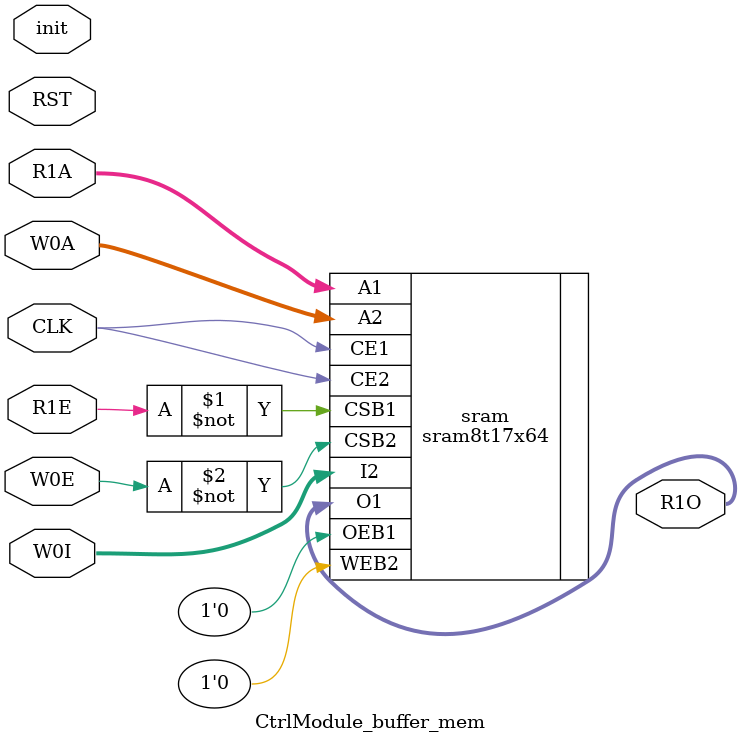
<source format=v>
module CtrlModule(input clk, input reset,
    input  io_rocc_req_val,
    output io_rocc_req_rdy,
    input [1:0] io_rocc_funct,
    input [63:0] io_rocc_rs1,
    input [63:0] io_rocc_rs2,
    input [4:0] io_rocc_rd,
    output io_busy,
    output io_dmem_req_val,
    input  io_dmem_req_rdy,
    output[6:0] io_dmem_req_tag,
    output[31:0] io_dmem_req_addr,
    output[4:0] io_dmem_req_cmd,
    output[2:0] io_dmem_req_typ,
    input  io_dmem_resp_val,
    input [6:0] io_dmem_resp_tag,
    input [63:0] io_dmem_resp_data,
    output[4:0] io_round,
    output io_stage,
    output io_absorb,
    output[4:0] io_aindex,
    output io_init,
    output io_write,
    output[2:0] io_windex,
    output[63:0] io_buffer_out
);

  wire[3:0] byte_offset;
  reg [63:0] msg_len;
  wire[63:0] T506;
  wire[63:0] T0;
  wire[63:0] T1;
  wire T2;
  wire T3;
  wire T4;
  wire T5;
  wire T6;
  wire T7;
  wire T8;
  wire T9;
  reg  busy;
  wire T507;
  wire T10;
  wire T11;
  wire T12;
  wire T13;
  wire T14;
  wire T15;
  wire T16;
  wire[63:0] T508;
  reg [31:0] hashed;
  wire[31:0] T509;
  wire[31:0] T17;
  wire[31:0] T18;
  wire[31:0] T19;
  wire T20;
  wire T21;
  wire T22;
  reg [2:0] state;
  wire[2:0] T510;
  wire[2:0] T23;
  wire[2:0] T24;
  wire[2:0] T25;
  wire[2:0] T26;
  wire[2:0] T27;
  wire[2:0] T28;
  wire[2:0] T29;
  wire[2:0] T30;
  wire[2:0] T31;
  wire[2:0] T32;
  wire[2:0] T33;
  wire T34;
  wire T35;
  wire T36;
  wire T37;
  wire T38;
  wire T39;
  wire T40;
  reg  sindex;
  wire T511;
  wire T41;
  wire T42;
  wire T43;
  wire T44;
  wire T45;
  wire T46;
  reg [4:0] rindex;
  wire[4:0] T512;
  wire[4:0] T47;
  wire[4:0] T48;
  wire[4:0] T49;
  wire[4:0] T50;
  wire T51;
  wire T52;
  wire T53;
  wire T54;
  wire T55;
  wire T56;
  wire T57;
  wire T58;
  wire[63:0] T513;
  wire T59;
  wire[63:0] T514;
  wire T60;
  wire T61;
  wire T62;
  wire T63;
  wire T64;
  wire T65;
  wire T66;
  reg  writes_done_3;
  wire T515;
  wire T67;
  wire T68;
  wire T69;
  wire T70;
  wire[3:0] T71;
  wire[1:0] T72;
  wire[1:0] T516;
  wire[4:0] T73;
  wire[4:0] T74;
  reg [6:0] dmem_resp_tag_reg;
  wire T75;
  wire T76;
  wire[4:0] T77;
  wire T78;
  wire T79;
  reg  writes_done_2;
  wire T517;
  wire T80;
  wire T81;
  wire T82;
  wire T83;
  wire T84;
  reg  writes_done_1;
  wire T518;
  wire T85;
  wire T86;
  wire T87;
  wire T88;
  reg  writes_done_0;
  wire T519;
  wire T89;
  wire T90;
  wire T91;
  wire T92;
  wire T93;
  wire T94;
  reg  buffer_valid;
  wire T520;
  wire T95;
  wire T96;
  wire T97;
  wire T98;
  wire T99;
  wire T100;
  wire T101;
  wire T102;
  wire T103;
  wire T104;
  wire T105;
  wire T106;
  wire T107;
  wire T108;
  wire[63:0] T521;
  reg [31:0] read;
  wire[31:0] T522;
  wire[31:0] T109;
  wire[31:0] T110;
  wire[31:0] T111;
  wire[31:0] T112;
  wire[31:0] T113;
  wire T114;
  wire T115;
  wire T116;
  wire T117;
  wire T118;
  reg [2:0] mem_s;
  wire[2:0] T523;
  wire[2:0] T119;
  wire[2:0] T120;
  wire[2:0] T121;
  wire[2:0] T122;
  wire[2:0] T123;
  wire[2:0] T124;
  wire[2:0] T125;
  wire[2:0] T126;
  wire[2:0] T127;
  wire[2:0] T128;
  wire[2:0] T129;
  wire[2:0] T130;
  wire[2:0] T131;
  wire[2:0] T132;
  wire[2:0] T133;
  wire[2:0] T134;
  wire[2:0] T135;
  wire[2:0] T136;
  wire[2:0] T137;
  wire T138;
  wire T139;
  wire T140;
  wire T141;
  wire T142;
  reg [4:0] buffer_count;
  wire[4:0] T524;
  wire[4:0] T143;
  wire[4:0] T144;
  wire[4:0] T145;
  wire[4:0] T146;
  wire[4:0] T147;
  wire[4:0] T148;
  wire[4:0] T149;
  wire T150;
  wire T151;
  wire[4:0] T152;
  wire T153;
  wire T154;
  wire[4:0] T155;
  wire T156;
  wire T157;
  wire T158;
  wire T159;
  wire T160;
  wire[63:0] T525;
  wire T161;
  wire[63:0] T526;
  wire T162;
  wire T163;
  wire T164;
  wire T165;
  wire T166;
  wire T167;
  wire T168;
  wire T169;
  reg [4:0] mindex;
  wire[4:0] T527;
  wire[4:0] T170;
  wire[4:0] T171;
  wire[4:0] T172;
  wire[4:0] T173;
  wire[4:0] T174;
  wire[4:0] T175;
  wire[4:0] T176;
  wire T177;
  wire T198;
  wire T199;
  wire T200;
  wire T201;
  wire T202;
  wire T203;
  wire[63:0] T528;
  wire[31:0] T204;
  wire T205;
  wire T206;
  wire[63:0] T529;
  wire T207;
  wire T208;
  wire T209;
  wire T210;
  wire T211;
  wire T212;
  wire T213;
  wire T214;
  wire T215;
  wire T216;
  reg  areg;
  wire T530;
  wire T217;
  wire T218;
  wire T219;
  wire T220;
  wire T221;
  wire T222;
  reg [4:0] pindex;
  wire[4:0] T531;
  wire[4:0] T180;
  wire[4:0] T181;
  wire[4:0] T182;
  wire[4:0] T183;
  wire[4:0] T184;
  wire[4:0] T185;
  wire[4:0] T186;
  wire[4:0] T187;
  wire[4:0] T188;
  wire[4:0] T189;
  wire T190;
  wire T191;
  reg  wait_for_sram;
  wire T532;
  wire T192;
  wire T193;
  wire T194;
  wire T195;
  wire T196;
  wire T223;
  wire T224;
  wire T225;
  wire T226;
  wire T227;
  wire T228;
  wire T229;
  reg [4:0] aindex;
  wire[4:0] T533;
  wire[4:0] T230;
  wire[4:0] T231;
  wire[4:0] T232;
  wire T233;
  wire T234;
  wire[31:0] T235;
  wire T236;
  wire T237;
  wire[63:0] T238;
  wire T239;
  wire T240;
  wire[63:0] T534;
  wire T241;
  wire T242;
  wire T243;
  wire T244;
  wire T245;
  wire T246;
  wire[63:0] T535;
  wire[63:0] T247;
  wire T248;
  wire T249;
  wire T250;
  wire T251;
  wire[63:0] T536;
  wire[31:0] T252;
  wire T253;
  wire T254;
  wire T255;
  wire T256;
  reg  next_buff_val;
  wire T537;
  wire T178;
  wire T179;
  wire T197;
  wire T257;
  wire T258;
  wire T259;
  wire T260;
  wire T261;
  wire[63:0] T538;
  wire T262;
  wire T263;
  wire T264;
  wire T265;
  reg [4:0] rindex_reg;
  wire T266;
  wire T267;
  reg [1:0] rocc_s;
  wire[1:0] T539;
  wire T268;
  wire[4:0] words_filled;
  wire[4:0] T269;
  wire T270;
  wire[63:0] buffer_rdata;
  wire[63:0] T271;
  wire[4:0] T452;
  wire[4:0] T453;
  wire[4:0] T454;
  wire[4:0] T455;
  wire[4:0] T456;
  wire[4:0] T457;
  wire[4:0] T458;
  wire[4:0] T459;
  wire[4:0] T460;
  wire T426;
  wire T310;
  wire T311;
  wire T312;
  wire T313;
  wire T314;
  wire T315;
  wire T316;
  wire T317;
  wire T296;
  wire T297;
  wire T298;
  wire T299;
  wire T300;
  wire T301;
  wire T302;
  wire T303;
  wire T427;
  wire T326;
  wire T327;
  wire T319;
  wire T320;
  wire T321;
  wire T428;
  wire T332;
  wire T333;
  wire T334;
  wire T335;
  wire T336;
  wire T337;
  wire T338;
  wire T339;
  wire T340;
  wire T429;
  wire T345;
  wire T346;
  wire T347;
  wire T348;
  wire T430;
  wire T353;
  wire T354;
  wire T355;
  wire T356;
  wire T357;
  wire T431;
  wire T362;
  wire T363;
  wire T364;
  wire T365;
  wire T366;
  wire T432;
  wire T371;
  wire T372;
  wire T373;
  wire T374;
  wire T375;
  wire T433;
  wire T380;
  wire T381;
  wire T382;
  wire T383;
  wire T384;
  wire T434;
  wire T389;
  wire T390;
  wire T391;
  wire T392;
  wire T393;
  wire[63:0] T272;
  wire[63:0] buffer_wdata;
  wire[63:0] T273;
  wire[63:0] T274;
  wire[63:0] T275;
  wire[63:0] T276;
  wire[63:0] T277;
  wire[63:0] T278;
  wire[63:0] T279;
  wire[63:0] T280;
  wire[63:0] T281;
  wire[63:0] T282;
  wire[63:0] T283;
  wire[63:0] T284;
  wire[63:0] T285;
  wire[63:0] T286;
  wire[63:0] T287;
  wire T288;
  wire T289;
  wire T290;
  wire T291;
  wire T292;
  wire[4:0] T293;
  wire T294;
  wire T295;
  wire T304;
  wire T305;
  wire[63:0] T306;
  wire[55:0] T307;
  wire T308;
  wire T309;
  wire T318;
  wire[63:0] T322;
  wire[55:0] T323;
  wire T324;
  wire T325;
  wire[63:0] T540;
  wire[15:0] T328;
  wire[7:0] T329;
  wire T330;
  wire T331;
  wire[63:0] T541;
  wire[23:0] T341;
  wire[15:0] T342;
  wire T343;
  wire T344;
  wire[63:0] T542;
  wire[31:0] T349;
  wire[23:0] T350;
  wire T351;
  wire T352;
  wire[63:0] T543;
  wire[39:0] T358;
  wire[31:0] T359;
  wire T360;
  wire T361;
  wire[63:0] T544;
  wire[47:0] T367;
  wire[39:0] T368;
  wire T369;
  wire T370;
  wire[63:0] T545;
  wire[55:0] T376;
  wire[47:0] T377;
  wire T378;
  wire T379;
  wire[63:0] T385;
  wire[55:0] T386;
  wire T387;
  wire T388;
  wire T394;
  wire T395;
  wire T396;
  wire T397;
  wire T398;
  wire T399;
  wire T400;
  wire T401;
  wire[4:0] T402;
  wire[63:0] buffer_waddr;
  wire[63:0] T546;
  wire[4:0] T435;
  wire[4:0] T436;
  wire[4:0] T437;
  wire[4:0] T438;
  wire[4:0] T439;
  wire[4:0] T440;
  wire[4:0] T441;
  wire[4:0] T442;
  wire[4:0] T443;
  wire[4:0] T444;
  wire[4:0] T445;
  wire[4:0] T446;
  wire[4:0] T447;
  wire[4:0] T448;
  wire[4:0] T449;
  wire[4:0] T450;
  wire[4:0] T451;
  wire buffer_wen;
  wire T403;
  wire T404;
  wire T405;
  wire T406;
  wire T407;
  wire T408;
  wire T409;
  wire T410;
  wire T411;
  wire T412;
  wire T413;
  wire T414;
  wire T415;
  wire T416;
  wire T417;
  wire T418;
  wire T419;
  wire T420;
  wire T421;
  wire T422;
  wire T423;
  wire T424;
  wire T425;
  wire[4:0] T547;
  reg [4:0] buffer_raddr;
  reg [2:0] windex;
  wire[2:0] T548;
  wire[2:0] T461;
  wire[2:0] T462;
  wire[2:0] T463;
  wire[2:0] T464;
  wire T465;
  wire T466;
  wire T467;
  wire T468;
  wire T469;
  wire T470;
  reg [4:0] R471;
  wire T472;
  wire[4:0] T473;
  wire[4:0] T474;
  wire[4:0] T475;
  wire[31:0] T549;
  wire[63:0] T476;
  wire[63:0] T477;
  wire[63:0] T478;
  wire[63:0] T550;
  wire[7:0] T479;
  reg [63:0] msg_addr;
  wire[63:0] T551;
  wire[63:0] T480;
  wire[63:0] T481;
  wire[63:0] T482;
  wire[63:0] T483;
  wire T484;
  wire[63:0] T485;
  wire[63:0] T486;
  wire[63:0] T487;
  wire[63:0] T552;
  wire[5:0] T488;
  reg [63:0] hash_addr;
  wire[63:0] T553;
  wire[63:0] T489;
  wire[63:0] T490;
  wire[6:0] T554;
  wire[4:0] T491;
  wire[4:0] T492;
  wire[4:0] T493;
  wire[4:0] T555;
  wire T494;
  wire T495;
  wire T496;
  wire T497;
  wire T498;
  wire[63:0] T556;
  wire T499;
  wire T500;
  wire T501;
  wire T502;
  wire T503;
  wire T504;
  wire T505;

`ifndef SYNTHESIS
// synthesis translate_off
  integer initvar;
  initial begin
    #0.002;
    msg_len = {2{$random}};
    busy = {1{$random}};
    hashed = {1{$random}};
    state = {1{$random}};
    sindex = {1{$random}};
    rindex = {1{$random}};
    writes_done_3 = {1{$random}};
    dmem_resp_tag_reg = {1{$random}};
    writes_done_2 = {1{$random}};
    writes_done_1 = {1{$random}};
    writes_done_0 = {1{$random}};
    buffer_valid = {1{$random}};
    read = {1{$random}};
    mem_s = {1{$random}};
    buffer_count = {1{$random}};
    mindex = {1{$random}};
    areg = {1{$random}};
    pindex = {1{$random}};
    wait_for_sram = {1{$random}};
    aindex = {1{$random}};
    next_buff_val = {1{$random}};
    rindex_reg = {1{$random}};
    rocc_s = {1{$random}};
    buffer_raddr = {1{$random}};
    windex = {1{$random}};
    R471 = {1{$random}};
    msg_addr = {2{$random}};
    hash_addr = {2{$random}};
  end
// synthesis translate_on
`endif

  assign byte_offset = msg_len % 4'h8;
  assign T506 = reset ? 64'h0 : T0;
  assign T0 = T268 ? 64'h0 : T1;
  assign T1 = T2 ? io_rocc_rs1 : msg_len;
  assign T2 = T7 & T3;
  assign T3 = T5 & T4;
  assign T4 = io_rocc_funct == 2'h1;
  assign T5 = T6 ^ 1'h1;
  assign T6 = io_rocc_funct == 2'h0;
  assign T7 = T267 & T8;
  assign T8 = io_rocc_req_val & T9;
  assign T9 = busy ^ 1'h1;
  assign T507 = reset ? 1'h0 : T10;
  assign T10 = T268 ? 1'h0 : T11;
  assign T11 = T13 ? 1'h1 : T12;
  assign T12 = T2 ? 1'h1 : busy;
  assign T13 = T266 & T14;
  assign T14 = busy & T15;
  assign T15 = T94 & T16;
  assign T16 = T508 <= msg_len;
  assign T508 = {32'h0, hashed};
  assign T509 = reset ? 32'h0 : T17;
  assign T17 = T268 ? 32'h0 : T18;
  assign T18 = T20 ? T19 : hashed;
  assign T19 = hashed + 32'h88;
  assign T20 = T22 & T21;
  assign T21 = 5'h10 <= io_aindex;
  assign T22 = 3'h1 == state;
  assign T510 = reset ? 3'h0 : T23;
  assign T23 = T64 ? 3'h4 : T24;
  assign T24 = T268 ? 3'h0 : T25;
  assign T25 = T62 ? 3'h0 : T26;
  assign T26 = T54 ? 3'h4 : T27;
  assign T27 = T52 ? 3'h3 : T28;
  assign T28 = T39 ? 3'h3 : T29;
  assign T29 = T38 ? 3'h3 : T30;
  assign T30 = T36 ? 3'h1 : T31;
  assign T31 = T20 ? 3'h2 : T32;
  assign T32 = T34 ? 3'h0 : T33;
  assign T33 = T13 ? 3'h1 : state;
  assign T34 = T266 & T35;
  assign T35 = T14 ^ 1'h1;
  assign T36 = T22 & T37;
  assign T37 = T21 ^ 1'h1;
  assign T38 = 3'h2 == state;
  assign T39 = T45 & T40;
  assign T40 = sindex < 1'h0;
  assign T511 = reset ? 1'h0 : T41;
  assign T41 = T52 ? 1'h0 : T42;
  assign T42 = T39 ? T44 : T43;
  assign T43 = T20 ? 1'h0 : sindex;
  assign T44 = sindex + 1'h1;
  assign T45 = T51 & T46;
  assign T46 = rindex < 5'h18;
  assign T512 = reset ? 5'h19 : T47;
  assign T47 = T268 ? 5'h19 : T48;
  assign T48 = T52 ? T50 : T49;
  assign T49 = T20 ? 5'h0 : rindex;
  assign T50 = rindex + 5'h1;
  assign T51 = 3'h3 == state;
  assign T52 = T45 & T53;
  assign T53 = T40 ^ 1'h1;
  assign T54 = T60 & T55;
  assign T55 = T59 | T56;
  assign T56 = T58 & T57;
  assign T57 = rindex == 5'h18;
  assign T58 = T513 == msg_len;
  assign T513 = {32'h0, hashed};
  assign T59 = msg_len < T514;
  assign T514 = {32'h0, hashed};
  assign T60 = T51 & T61;
  assign T61 = T46 ^ 1'h1;
  assign T62 = T60 & T63;
  assign T63 = T55 ^ 1'h1;
  assign T64 = T93 & T65;
  assign T65 = T66 ^ 1'h1;
  assign T66 = T79 & writes_done_3;
  assign T515 = reset ? 1'h0 : T67;
  assign T67 = T268 ? 1'h0 : T68;
  assign T68 = T69 ? 1'h1 : writes_done_3;
  assign T69 = T75 & T70;
  assign T70 = T71[2'h3:2'h3];
  assign T71 = 1'h1 << T72;
  assign T72 = T516;
  assign T516 = T73[1'h1:1'h0];
  assign T73 = T74 - 5'h11;
  assign T74 = dmem_resp_tag_reg[3'h4:1'h0];
  assign T75 = T78 & T76;
  assign T76 = 5'h11 <= T77;
  assign T77 = dmem_resp_tag_reg[3'h4:1'h0];
  assign T78 = T93 & io_dmem_resp_val;
  assign T79 = T84 & writes_done_2;
  assign T517 = reset ? 1'h0 : T80;
  assign T80 = T268 ? 1'h0 : T81;
  assign T81 = T82 ? 1'h1 : writes_done_2;
  assign T82 = T75 & T83;
  assign T83 = T71[2'h2:2'h2];
  assign T84 = writes_done_0 & writes_done_1;
  assign T518 = reset ? 1'h0 : T85;
  assign T85 = T268 ? 1'h0 : T86;
  assign T86 = T87 ? 1'h1 : writes_done_1;
  assign T87 = T75 & T88;
  assign T88 = T71[1'h1:1'h1];
  assign T519 = reset ? 1'h0 : T89;
  assign T89 = T268 ? 1'h0 : T90;
  assign T90 = T91 ? 1'h1 : writes_done_0;
  assign T91 = T75 & T92;
  assign T92 = T71[1'h0:1'h0];
  assign T93 = 3'h4 == state;
  assign T94 = T265 & buffer_valid;
  assign T520 = reset ? 1'h0 : T95;
  assign T95 = T268 ? 1'h0 : T96;
  assign T96 = T20 ? 1'h0 : T97;
  assign T97 = T259 ? 1'h1 : T98;
  assign T98 = T258 ? 1'h1 : T99;
  assign T99 = T257 ? next_buff_val : T100;
  assign T100 = T255 ? 1'h1 : T101;
  assign T101 = T250 ? 1'h0 : T102;
  assign T102 = T248 ? 1'h0 : T103;
  assign T103 = T245 ? 1'h0 : T104;
  assign T104 = T244 ? 1'h0 : T105;
  assign T105 = T242 ? 1'h0 : T106;
  assign T106 = T107 ? 1'h0 : buffer_valid;
  assign T107 = T239 & T108;
  assign T108 = T238 < T521;
  assign T521 = {32'h0, read};
  assign T522 = reset ? 32'h0 : T109;
  assign T109 = T268 ? 32'h0 : T110;
  assign T110 = T236 ? T235 : T111;
  assign T111 = T233 ? 32'h1 : T112;
  assign T112 = T114 ? T113 : read;
  assign T113 = read + 32'h8;
  assign T114 = T116 & T115;
  assign T115 = io_dmem_req_rdy & io_dmem_req_val;
  assign T116 = T118 & T117;
  assign T117 = state != 3'h4;
  assign T118 = 3'h1 == mem_s;
  assign T523 = reset ? 3'h0 : T119;
  assign T119 = T228 ? 3'h0 : T120;
  assign T120 = T226 ? 3'h3 : T121;
  assign T121 = T220 ? 3'h3 : T122;
  assign T122 = T218 ? 3'h4 : T123;
  assign T123 = T216 ? 3'h0 : T124;
  assign T124 = T255 ? 3'h0 : T125;
  assign T125 = T250 ? 3'h3 : T126;
  assign T126 = T209 ? 3'h1 : T127;
  assign T127 = T248 ? 3'h3 : T128;
  assign T128 = T205 ? 3'h1 : T129;
  assign T129 = T245 ? 3'h3 : T130;
  assign T130 = T201 ? 3'h0 : T131;
  assign T131 = T244 ? 3'h3 : T132;
  assign T132 = T165 ? 3'h1 : T133;
  assign T133 = T242 ? 3'h3 : T134;
  assign T134 = T239 ? 3'h1 : T135;
  assign T135 = T107 ? 3'h3 : T136;
  assign T136 = T163 ? 3'h0 : T137;
  assign T137 = T138 ? 3'h1 : mem_s;
  assign T138 = T162 & T139;
  assign T139 = busy & T140;
  assign T140 = T157 & T141;
  assign T141 = T156 & T142;
  assign T142 = buffer_count == 5'h0;
  assign T524 = reset ? 5'h0 : T143;
  assign T143 = T268 ? 5'h0 : T144;
  assign T144 = T20 ? 5'h0 : T145;
  assign T145 = T153 ? T152 : T146;
  assign T146 = T216 ? 5'h0 : T147;
  assign T147 = T150 ? T149 : T148;
  assign T148 = T138 ? 5'h0 : buffer_count;
  assign T149 = buffer_count + 5'h1;
  assign T150 = T151 & io_dmem_resp_val;
  assign T151 = 3'h2 == mem_s;
  assign T152 = buffer_count + 5'h1;
  assign T153 = io_dmem_resp_val & T154;
  assign T154 = T155 < 5'h11;
  assign T155 = io_dmem_resp_tag[3'h4:1'h0];
  assign T156 = buffer_valid ^ 1'h1;
  assign T157 = T161 | T158;
  assign T158 = T160 & T159;
  assign T159 = msg_len == 64'h0;
  assign T160 = T525 == msg_len;
  assign T525 = {32'h0, read};
  assign T161 = T526 < msg_len;
  assign T526 = {32'h0, read};
  assign T162 = 3'h0 == mem_s;
  assign T163 = T162 & T164;
  assign T164 = T139 ^ 1'h1;
  assign T165 = T198 & T166;
  assign T166 = T169 & T167;
  assign T167 = T168 ^ 1'h1;
  assign T168 = io_dmem_req_rdy & io_dmem_req_val;
  assign T169 = mindex < 5'h11;
  assign T527 = reset ? 5'h0 : T170;
  assign T170 = T216 ? 5'h0 : T171;
  assign T171 = T177 ? 5'h0 : T172;
  assign T172 = T236 ? T176 : T173;
  assign T173 = T114 ? T175 : T174;
  assign T174 = T138 ? 5'h0 : mindex;
  assign T175 = mindex + 5'h1;
  assign T176 = mindex + 5'h1;
  assign T177 = T257 & next_buff_val;
  assign T198 = T118 & T199;
  assign T199 = T200 ^ 1'h1;
  assign T200 = mindex < 5'h10;
  assign T201 = T236 & T202;
  assign T202 = T203 ^ 1'h1;
  assign T203 = msg_len < T528;
  assign T528 = {32'h0, T204};
  assign T204 = read + 32'h8;
  assign T205 = T207 & T206;
  assign T206 = T529 < msg_len;
  assign T529 = {32'h0, read};
  assign T207 = T150 & T208;
  assign T208 = mindex < 5'h10;
  assign T209 = T214 & T210;
  assign T210 = T213 & T211;
  assign T211 = T212 ^ 1'h1;
  assign T212 = io_dmem_req_rdy & io_dmem_req_val;
  assign T213 = mindex < 5'h11;
  assign T214 = T150 & T215;
  assign T215 = T208 ^ 1'h1;
  assign T216 = T177 & areg;
  assign T530 = reset ? 1'h0 : T217;
  assign T217 = T38 ? 1'h0 : T22;
  assign T218 = T177 & T219;
  assign T219 = areg ^ 1'h1;
  assign T220 = T224 & T221;
  assign T221 = T223 & T222;
  assign T222 = buffer_count <= pindex;
  assign T531 = reset ? 5'h0 : T180;
  assign T180 = T190 ? T189 : T181;
  assign T181 = T218 ? 5'h0 : T182;
  assign T182 = T216 ? 5'h0 : T183;
  assign T183 = T250 ? words_filled : T184;
  assign T184 = T248 ? words_filled : T185;
  assign T185 = T245 ? words_filled : T186;
  assign T186 = T244 ? words_filled : T187;
  assign T187 = T242 ? words_filled : T188;
  assign T188 = T107 ? words_filled : pindex;
  assign T189 = pindex + 5'h1;
  assign T190 = T226 & T191;
  assign T191 = wait_for_sram ^ 1'h1;
  assign T532 = reset ? 1'h1 : T192;
  assign T192 = T190 ? 1'h1 : T193;
  assign T193 = T196 ? 1'h0 : T194;
  assign T194 = T218 ? 1'h1 : T195;
  assign T195 = T216 ? 1'h1 : wait_for_sram;
  assign T196 = T226 & wait_for_sram;
  assign T223 = buffer_count < mindex;
  assign T224 = T257 & T225;
  assign T225 = next_buff_val ^ 1'h1;
  assign T226 = T224 & T227;
  assign T227 = T221 ^ 1'h1;
  assign T228 = T258 & T229;
  assign T229 = 5'h10 <= aindex;
  assign T533 = reset ? 5'h0 : T230;
  assign T230 = T20 ? 5'h0 : T231;
  assign T231 = T22 ? T232 : aindex;
  assign T232 = aindex + 5'h1;
  assign T233 = T116 & T234;
  assign T234 = msg_len == 64'h0;
  assign T235 = read + 32'h8;
  assign T236 = T198 & T237;
  assign T237 = T166 ^ 1'h1;
  assign T238 = msg_len + 64'h8;
  assign T239 = T241 & T240;
  assign T240 = T534 < msg_len;
  assign T534 = {32'h0, read};
  assign T241 = T118 & T200;
  assign T242 = T241 & T243;
  assign T243 = T240 ^ 1'h1;
  assign T244 = T236 & T203;
  assign T245 = T205 & T246;
  assign T246 = T247 < T535;
  assign T535 = {32'h0, read};
  assign T247 = msg_len + 64'h8;
  assign T248 = T207 & T249;
  assign T249 = T206 ^ 1'h1;
  assign T250 = T253 & T251;
  assign T251 = msg_len < T536;
  assign T536 = {32'h0, T252};
  assign T252 = read + 32'h8;
  assign T253 = T214 & T254;
  assign T254 = T210 ^ 1'h1;
  assign T255 = T253 & T256;
  assign T256 = T251 ^ 1'h1;
  assign T537 = reset ? 1'h0 : T178;
  assign T178 = T197 & T179;
  assign T179 = 5'h10 <= pindex;
  assign T197 = mindex <= buffer_count;
  assign T257 = 3'h3 == mem_s;
  assign T258 = 3'h4 == mem_s;
  assign T259 = T262 & T260;
  assign T260 = T261 ^ 1'h1;
  assign T261 = msg_len < T538;
  assign T538 = {32'h0, read};
  assign T262 = T264 & T263;
  assign T263 = 5'h11 <= mindex;
  assign T264 = mindex <= buffer_count;
  assign T265 = 5'h18 <= rindex_reg;
  assign T266 = 3'h0 == state;
  assign T267 = 2'h0 == rocc_s;
  assign T539 = reset ? 2'h0 : rocc_s;
  assign T268 = T93 & T66;
  assign words_filled = T270 ? T269 : mindex;
  assign T269 = mindex - 5'h1;
  assign T270 = 5'h0 < mindex;
  assign io_buffer_out = buffer_rdata;
  assign buffer_rdata = T271;
  assign T452 = T434 ? pindex : T453;
  assign T453 = T433 ? pindex : T454;
  assign T454 = T432 ? pindex : T455;
  assign T455 = T431 ? pindex : T456;
  assign T456 = T430 ? pindex : T457;
  assign T457 = T429 ? pindex : T458;
  assign T458 = T428 ? pindex : T459;
  assign T459 = T427 ? pindex : T460;
  assign T460 = T426 ? pindex : aindex;
  assign T426 = T310 & wait_for_sram;
  assign T310 = T312 & T311;
  assign T311 = byte_offset == 4'h7;
  assign T312 = T314 & T313;
  assign T313 = words_filled == 5'h10;
  assign T314 = T299 & T315;
  assign T315 = T317 & T316;
  assign T316 = pindex == 5'h10;
  assign T317 = T296 ^ 1'h1;
  assign T296 = T298 & T297;
  assign T297 = pindex < 5'h10;
  assign T298 = words_filled < pindex;
  assign T299 = T257 & T300;
  assign T300 = T301 ^ 1'h1;
  assign T301 = T303 & T302;
  assign T302 = buffer_count <= pindex;
  assign T303 = buffer_count < mindex;
  assign T427 = T326 & wait_for_sram;
  assign T326 = T320 & T327;
  assign T327 = T319 ^ 1'h1;
  assign T319 = words_filled < 5'h10;
  assign T320 = T314 & T321;
  assign T321 = T313 ^ 1'h1;
  assign T428 = T332 & wait_for_sram;
  assign T332 = T334 & T333;
  assign T333 = byte_offset == 4'h1;
  assign T334 = T336 & T335;
  assign T335 = byte_offset != 4'h0;
  assign T336 = T299 & T337;
  assign T337 = T339 & T338;
  assign T338 = pindex == words_filled;
  assign T339 = T340 ^ 1'h1;
  assign T340 = T296 | T316;
  assign T429 = T345 & wait_for_sram;
  assign T345 = T334 & T346;
  assign T346 = T348 & T347;
  assign T347 = byte_offset == 4'h2;
  assign T348 = T333 ^ 1'h1;
  assign T430 = T353 & wait_for_sram;
  assign T353 = T334 & T354;
  assign T354 = T356 & T355;
  assign T355 = byte_offset == 4'h3;
  assign T356 = T357 ^ 1'h1;
  assign T357 = T333 | T347;
  assign T431 = T362 & wait_for_sram;
  assign T362 = T334 & T363;
  assign T363 = T365 & T364;
  assign T364 = byte_offset == 4'h4;
  assign T365 = T366 ^ 1'h1;
  assign T366 = T357 | T355;
  assign T432 = T371 & wait_for_sram;
  assign T371 = T334 & T372;
  assign T372 = T374 & T373;
  assign T373 = byte_offset == 4'h5;
  assign T374 = T375 ^ 1'h1;
  assign T375 = T366 | T364;
  assign T433 = T380 & wait_for_sram;
  assign T380 = T334 & T381;
  assign T381 = T383 & T382;
  assign T382 = byte_offset == 4'h6;
  assign T383 = T384 ^ 1'h1;
  assign T384 = T375 | T373;
  assign T434 = T389 & wait_for_sram;
  assign T389 = T334 & T390;
  assign T390 = T392 & T391;
  assign T391 = byte_offset == 4'h7;
  assign T392 = T393 ^ 1'h1;
  assign T393 = T384 | T382;
  CtrlModule_buffer_mem buffer_mem (
    .CLK(clk),
    .W0A(T547),
    .W0E(T400),
    .W0I(buffer_wdata),
    .R1A(T452),
    .R1E(1'h1),
    .R1O(T271)
  );
  assign buffer_wdata = T273;
  assign T273 = T153 ? io_dmem_resp_data : T274;
  assign T274 = T394 ? 64'h1 : T275;
  assign T275 = T387 ? T385 : T276;
  assign T276 = T378 ? T545 : T277;
  assign T277 = T369 ? T544 : T278;
  assign T278 = T360 ? T543 : T279;
  assign T279 = T351 ? T542 : T280;
  assign T280 = T343 ? T541 : T281;
  assign T281 = T330 ? T540 : T282;
  assign T282 = T324 ? T322 : T283;
  assign T283 = T318 ? 64'h8000000000000000 : T284;
  assign T284 = T308 ? T306 : T285;
  assign T285 = T304 ? 64'h0 : T286;
  assign T286 = T288 ? 64'h1 : T287;
  assign T287 = T150 ? io_dmem_resp_data : 64'h0;
  assign T288 = T295 & T289;
  assign T289 = T291 & T290;
  assign T290 = 5'h0 < words_filled;
  assign T291 = T294 & T292;
  assign T292 = pindex == T293;
  assign T293 = words_filled + 5'h1;
  assign T294 = byte_offset == 4'h0;
  assign T295 = T299 & T296;
  assign T304 = T295 & T305;
  assign T305 = T289 ^ 1'h1;
  assign T306 = {8'h81, T307};
  assign T307 = buffer_rdata[6'h37:1'h0];
  assign T308 = T310 & T309;
  assign T309 = wait_for_sram ^ 1'h1;
  assign T318 = T320 & T319;
  assign T322 = {8'h80, T323};
  assign T323 = buffer_rdata[6'h37:1'h0];
  assign T324 = T326 & T325;
  assign T325 = wait_for_sram ^ 1'h1;
  assign T540 = {48'h0, T328};
  assign T328 = {8'h1, T329};
  assign T329 = buffer_rdata[3'h7:1'h0];
  assign T330 = T332 & T331;
  assign T331 = wait_for_sram ^ 1'h1;
  assign T541 = {40'h0, T341};
  assign T341 = {8'h1, T342};
  assign T342 = buffer_rdata[4'hf:1'h0];
  assign T343 = T345 & T344;
  assign T344 = wait_for_sram ^ 1'h1;
  assign T542 = {32'h0, T349};
  assign T349 = {8'h1, T350};
  assign T350 = buffer_rdata[5'h17:1'h0];
  assign T351 = T353 & T352;
  assign T352 = wait_for_sram ^ 1'h1;
  assign T543 = {24'h0, T358};
  assign T358 = {8'h1, T359};
  assign T359 = buffer_rdata[5'h1f:1'h0];
  assign T360 = T362 & T361;
  assign T361 = wait_for_sram ^ 1'h1;
  assign T544 = {16'h0, T367};
  assign T367 = {8'h1, T368};
  assign T368 = buffer_rdata[6'h27:1'h0];
  assign T369 = T371 & T370;
  assign T370 = wait_for_sram ^ 1'h1;
  assign T545 = {8'h0, T376};
  assign T376 = {8'h1, T377};
  assign T377 = buffer_rdata[6'h2f:1'h0];
  assign T378 = T380 & T379;
  assign T379 = wait_for_sram ^ 1'h1;
  assign T385 = {8'h1, T386};
  assign T386 = buffer_rdata[6'h37:1'h0];
  assign T387 = T389 & T388;
  assign T388 = wait_for_sram ^ 1'h1;
  assign T394 = T398 & T395;
  assign T395 = T397 & T396;
  assign T396 = byte_offset == 4'h0;
  assign T397 = words_filled == 5'h0;
  assign T398 = T336 & T399;
  assign T399 = T335 ^ 1'h1;
  assign T400 = buffer_wen & T401;
  assign T401 = T402 < 5'h11;
  assign T402 = buffer_waddr[3'h4:1'h0];
  assign buffer_waddr = T546;
  assign T546 = {59'h0, T435};
  assign T435 = T153 ? T451 : T436;
  assign T436 = T394 ? pindex : T437;
  assign T437 = T387 ? pindex : T438;
  assign T438 = T378 ? pindex : T439;
  assign T439 = T369 ? pindex : T440;
  assign T440 = T360 ? pindex : T441;
  assign T441 = T351 ? pindex : T442;
  assign T442 = T343 ? pindex : T443;
  assign T443 = T330 ? pindex : T444;
  assign T444 = T324 ? pindex : T445;
  assign T445 = T318 ? pindex : T446;
  assign T446 = T308 ? pindex : T447;
  assign T447 = T304 ? pindex : T448;
  assign T448 = T288 ? pindex : T449;
  assign T449 = T150 ? T450 : 5'h0;
  assign T450 = mindex - 5'h1;
  assign T451 = io_dmem_resp_tag[3'h4:1'h0];
  assign buffer_wen = T403;
  assign T403 = T153 ? 1'h1 : T404;
  assign T404 = T394 ? 1'h1 : T405;
  assign T405 = T387 ? 1'h1 : T406;
  assign T406 = T434 ? 1'h0 : T407;
  assign T407 = T378 ? 1'h1 : T408;
  assign T408 = T433 ? 1'h0 : T409;
  assign T409 = T369 ? 1'h1 : T410;
  assign T410 = T432 ? 1'h0 : T411;
  assign T411 = T360 ? 1'h1 : T412;
  assign T412 = T431 ? 1'h0 : T413;
  assign T413 = T351 ? 1'h1 : T414;
  assign T414 = T430 ? 1'h0 : T415;
  assign T415 = T343 ? 1'h1 : T416;
  assign T416 = T429 ? 1'h0 : T417;
  assign T417 = T330 ? 1'h1 : T418;
  assign T418 = T428 ? 1'h0 : T419;
  assign T419 = T324 ? 1'h1 : T420;
  assign T420 = T427 ? 1'h0 : T421;
  assign T421 = T318 ? 1'h1 : T422;
  assign T422 = T308 ? 1'h1 : T423;
  assign T423 = T426 ? 1'h0 : T424;
  assign T424 = T304 ? 1'h1 : T425;
  assign T425 = T288 ? 1'h1 : T150;
  assign T547 = buffer_waddr[3'h4:1'h0];
  assign io_windex = windex;
  assign T548 = reset ? 3'h0 : T461;
  assign T461 = T268 ? 3'h4 : T462;
  assign T462 = T465 ? T464 : T463;
  assign T463 = T54 ? 3'h0 : windex;
  assign T464 = windex + 3'h1;
  assign T465 = T93 & io_dmem_req_rdy;
  assign io_write = T466;
  assign T466 = T60 ? 1'h1 : T467;
  assign T467 = T52 ? 1'h0 : T468;
  assign T468 = T39 ? 1'h0 : T469;
  assign T469 = T22 ? T470 : 1'h1;
  assign T470 = areg ^ 1'h1;
  assign io_init = T268;
  assign io_aindex = R471;
  assign io_absorb = areg;
  assign io_stage = T472;
  assign T472 = T39 ? sindex : sindex;
  assign io_round = T473;
  assign T473 = T52 ? rindex : T474;
  assign T474 = T39 ? rindex : rindex;
  assign io_dmem_req_typ = 3'h3;
  assign io_dmem_req_cmd = T475;
  assign T475 = T93 ? 5'h1 : 5'h0;
  assign io_dmem_req_addr = T549;
  assign T549 = T476[5'h1f:1'h0];
  assign T476 = T93 ? T487 : T477;
  assign T477 = T116 ? T478 : 64'h0;
  assign T478 = msg_addr + T550;
  assign T550 = {56'h0, T479};
  assign T479 = mindex << 2'h3;
  assign T551 = reset ? 64'h0 : T480;
  assign T480 = T268 ? 64'h0 : T481;
  assign T481 = T253 ? T486 : T482;
  assign T482 = T236 ? T485 : T483;
  assign T483 = T484 ? io_rocc_rs1 : msg_addr;
  assign T484 = T7 & T6;
  assign T485 = msg_addr + 64'h88;
  assign T486 = msg_addr + 64'h88;
  assign T487 = hash_addr + T552;
  assign T552 = {58'h0, T488};
  assign T488 = windex << 2'h3;
  assign T553 = reset ? 64'h0 : T489;
  assign T489 = T268 ? 64'h0 : T490;
  assign T490 = T484 ? io_rocc_rs2 : hash_addr;
  assign io_dmem_req_tag = T554;
  assign T554 = {2'h0, T491};
  assign T491 = T93 ? T493 : T492;
  assign T492 = T116 ? mindex : rindex;
  assign T493 = 5'h11 + T555;
  assign T555 = {2'h0, windex};
  assign io_dmem_req_val = T494;
  assign T494 = T93 ? T499 : T495;
  assign T495 = T116 ? T496 : 1'h0;
  assign T496 = T498 & T497;
  assign T497 = mindex < 5'h11;
  assign T498 = T556 < msg_len;
  assign T556 = {32'h0, read};
  assign T499 = windex < 3'h4;
  assign io_busy = T500;
  assign T500 = T2 ? 1'h1 : T501;
  assign T501 = T484 ? 1'h1 : busy;
  assign io_rocc_req_rdy = T502;
  assign T502 = T2 ? 1'h1 : T503;
  assign T503 = T484 ? 1'h1 : T504;
  assign T504 = T267 ? T505 : 1'h0;
  assign T505 = busy ^ 1'h1;

  always @(posedge clk) begin
    if(reset) begin
      msg_len <= 64'h0;
    end else if(T268) begin
      msg_len <= 64'h0;
    end else if(T2) begin
      msg_len <= io_rocc_rs1;
    end
    if(reset) begin
      busy <= 1'h0;
    end else if(T268) begin
      busy <= 1'h0;
    end else if(T13) begin
      busy <= 1'h1;
    end else if(T2) begin
      busy <= 1'h1;
    end
    if(reset) begin
      hashed <= 32'h0;
    end else if(T268) begin
      hashed <= 32'h0;
    end else if(T20) begin
      hashed <= T19;
    end
    if(reset) begin
      state <= 3'h0;
    end else if(T64) begin
      state <= 3'h4;
    end else if(T268) begin
      state <= 3'h0;
    end else if(T62) begin
      state <= 3'h0;
    end else if(T54) begin
      state <= 3'h4;
    end else if(T52) begin
      state <= 3'h3;
    end else if(T39) begin
      state <= 3'h3;
    end else if(T38) begin
      state <= 3'h3;
    end else if(T36) begin
      state <= 3'h1;
    end else if(T20) begin
      state <= 3'h2;
    end else if(T34) begin
      state <= 3'h0;
    end else if(T13) begin
      state <= 3'h1;
    end
    if(reset) begin
      sindex <= 1'h0;
    end else if(T52) begin
      sindex <= 1'h0;
    end else if(T39) begin
      sindex <= T44;
    end else if(T20) begin
      sindex <= 1'h0;
    end
    if(reset) begin
      rindex <= 5'h19;
    end else if(T268) begin
      rindex <= 5'h19;
    end else if(T52) begin
      rindex <= T50;
    end else if(T20) begin
      rindex <= 5'h0;
    end
    if(reset) begin
      writes_done_3 <= 1'h0;
    end else if(T268) begin
      writes_done_3 <= 1'h0;
    end else if(T69) begin
      writes_done_3 <= 1'h1;
    end
    dmem_resp_tag_reg <= io_dmem_resp_tag;
    if(reset) begin
      writes_done_2 <= 1'h0;
    end else if(T268) begin
      writes_done_2 <= 1'h0;
    end else if(T82) begin
      writes_done_2 <= 1'h1;
    end
    if(reset) begin
      writes_done_1 <= 1'h0;
    end else if(T268) begin
      writes_done_1 <= 1'h0;
    end else if(T87) begin
      writes_done_1 <= 1'h1;
    end
    if(reset) begin
      writes_done_0 <= 1'h0;
    end else if(T268) begin
      writes_done_0 <= 1'h0;
    end else if(T91) begin
      writes_done_0 <= 1'h1;
    end
    if(reset) begin
      buffer_valid <= 1'h0;
    end else if(T268) begin
      buffer_valid <= 1'h0;
    end else if(T20) begin
      buffer_valid <= 1'h0;
    end else if(T259) begin
      buffer_valid <= 1'h1;
    end else if(T258) begin
      buffer_valid <= 1'h1;
    end else if(T257) begin
      buffer_valid <= next_buff_val;
    end else if(T255) begin
      buffer_valid <= 1'h1;
    end else if(T250) begin
      buffer_valid <= 1'h0;
    end else if(T248) begin
      buffer_valid <= 1'h0;
    end else if(T245) begin
      buffer_valid <= 1'h0;
    end else if(T244) begin
      buffer_valid <= 1'h0;
    end else if(T242) begin
      buffer_valid <= 1'h0;
    end else if(T107) begin
      buffer_valid <= 1'h0;
    end
    if(reset) begin
      read <= 32'h0;
    end else if(T268) begin
      read <= 32'h0;
    end else if(T236) begin
      read <= T235;
    end else if(T233) begin
      read <= 32'h1;
    end else if(T114) begin
      read <= T113;
    end
    if(reset) begin
      mem_s <= 3'h0;
    end else if(T228) begin
      mem_s <= 3'h0;
    end else if(T226) begin
      mem_s <= 3'h3;
    end else if(T220) begin
      mem_s <= 3'h3;
    end else if(T218) begin
      mem_s <= 3'h4;
    end else if(T216) begin
      mem_s <= 3'h0;
    end else if(T255) begin
      mem_s <= 3'h0;
    end else if(T250) begin
      mem_s <= 3'h3;
    end else if(T209) begin
      mem_s <= 3'h1;
    end else if(T248) begin
      mem_s <= 3'h3;
    end else if(T205) begin
      mem_s <= 3'h1;
    end else if(T245) begin
      mem_s <= 3'h3;
    end else if(T201) begin
      mem_s <= 3'h0;
    end else if(T244) begin
      mem_s <= 3'h3;
    end else if(T165) begin
      mem_s <= 3'h1;
    end else if(T242) begin
      mem_s <= 3'h3;
    end else if(T239) begin
      mem_s <= 3'h1;
    end else if(T107) begin
      mem_s <= 3'h3;
    end else if(T163) begin
      mem_s <= 3'h0;
    end else if(T138) begin
      mem_s <= 3'h1;
    end
    if(reset) begin
      buffer_count <= 5'h0;
    end else if(T268) begin
      buffer_count <= 5'h0;
    end else if(T20) begin
      buffer_count <= 5'h0;
    end else if(T153) begin
      buffer_count <= T152;
    end else if(T216) begin
      buffer_count <= 5'h0;
    end else if(T150) begin
      buffer_count <= T149;
    end else if(T138) begin
      buffer_count <= 5'h0;
    end
    if(reset) begin
      mindex <= 5'h0;
    end else if(T216) begin
      mindex <= 5'h0;
    end else if(T177) begin
      mindex <= 5'h0;
    end else if(T236) begin
      mindex <= T176;
    end else if(T114) begin
      mindex <= T175;
    end else if(T138) begin
      mindex <= 5'h0;
    end
    if(reset) begin
      areg <= 1'h0;
    end else if(T38) begin
      areg <= 1'h0;
    end else begin
      areg <= T22;
    end
    if(reset) begin
      pindex <= 5'h0;
    end else if(T190) begin
      pindex <= T189;
    end else if(T218) begin
      pindex <= 5'h0;
    end else if(T216) begin
      pindex <= 5'h0;
    end else if(T250) begin
      pindex <= words_filled;
    end else if(T248) begin
      pindex <= words_filled;
    end else if(T245) begin
      pindex <= words_filled;
    end else if(T244) begin
      pindex <= words_filled;
    end else if(T242) begin
      pindex <= words_filled;
    end else if(T107) begin
      pindex <= words_filled;
    end
    if(reset) begin
      wait_for_sram <= 1'h1;
    end else if(T190) begin
      wait_for_sram <= 1'h1;
    end else if(T196) begin
      wait_for_sram <= 1'h0;
    end else if(T218) begin
      wait_for_sram <= 1'h1;
    end else if(T216) begin
      wait_for_sram <= 1'h1;
    end
    if(reset) begin
      aindex <= 5'h0;
    end else if(T20) begin
      aindex <= 5'h0;
    end else if(T22) begin
      aindex <= T232;
    end
    if(reset) begin
      next_buff_val <= 1'h0;
    end else begin
      next_buff_val <= T178;
    end
    rindex_reg <= rindex;
    if(reset) begin
      rocc_s <= 2'h0;
    end
    if(T434) begin
      buffer_raddr <= pindex;
    end else if(T433) begin
      buffer_raddr <= pindex;
    end else if(T432) begin
      buffer_raddr <= pindex;
    end else if(T431) begin
      buffer_raddr <= pindex;
    end else if(T430) begin
      buffer_raddr <= pindex;
    end else if(T429) begin
      buffer_raddr <= pindex;
    end else if(T428) begin
      buffer_raddr <= pindex;
    end else if(T427) begin
      buffer_raddr <= pindex;
    end else if(T426) begin
      buffer_raddr <= pindex;
    end else begin
      buffer_raddr <= aindex;
    end
    if(reset) begin
      windex <= 3'h0;
    end else if(T268) begin
      windex <= 3'h4;
    end else if(T465) begin
      windex <= T464;
    end else if(T54) begin
      windex <= 3'h0;
    end
    R471 <= aindex;
    if(reset) begin
      msg_addr <= 64'h0;
    end else if(T268) begin
      msg_addr <= 64'h0;
    end else if(T253) begin
      msg_addr <= T486;
    end else if(T236) begin
      msg_addr <= T485;
    end else if(T484) begin
      msg_addr <= io_rocc_rs1;
    end
    if(reset) begin
      hash_addr <= 64'h0;
    end else if(T268) begin
      hash_addr <= 64'h0;
    end else if(T484) begin
      hash_addr <= io_rocc_rs2;
    end
  end
endmodule

module ThetaModule(
    input [63:0] io_state_i_24,
    input [63:0] io_state_i_23,
    input [63:0] io_state_i_22,
    input [63:0] io_state_i_21,
    input [63:0] io_state_i_20,
    input [63:0] io_state_i_19,
    input [63:0] io_state_i_18,
    input [63:0] io_state_i_17,
    input [63:0] io_state_i_16,
    input [63:0] io_state_i_15,
    input [63:0] io_state_i_14,
    input [63:0] io_state_i_13,
    input [63:0] io_state_i_12,
    input [63:0] io_state_i_11,
    input [63:0] io_state_i_10,
    input [63:0] io_state_i_9,
    input [63:0] io_state_i_8,
    input [63:0] io_state_i_7,
    input [63:0] io_state_i_6,
    input [63:0] io_state_i_5,
    input [63:0] io_state_i_4,
    input [63:0] io_state_i_3,
    input [63:0] io_state_i_2,
    input [63:0] io_state_i_1,
    input [63:0] io_state_i_0,
    output[63:0] io_state_o_24,
    output[63:0] io_state_o_23,
    output[63:0] io_state_o_22,
    output[63:0] io_state_o_21,
    output[63:0] io_state_o_20,
    output[63:0] io_state_o_19,
    output[63:0] io_state_o_18,
    output[63:0] io_state_o_17,
    output[63:0] io_state_o_16,
    output[63:0] io_state_o_15,
    output[63:0] io_state_o_14,
    output[63:0] io_state_o_13,
    output[63:0] io_state_o_12,
    output[63:0] io_state_o_11,
    output[63:0] io_state_o_10,
    output[63:0] io_state_o_9,
    output[63:0] io_state_o_8,
    output[63:0] io_state_o_7,
    output[63:0] io_state_o_6,
    output[63:0] io_state_o_5,
    output[63:0] io_state_o_4,
    output[63:0] io_state_o_3,
    output[63:0] io_state_o_2,
    output[63:0] io_state_o_1,
    output[63:0] io_state_o_0
);

  wire[63:0] T0;
  wire[63:0] T1;
  wire[63:0] T70;
  wire[64:0] T2;
  wire[64:0] T3;
  wire[64:0] T71;
  wire T4;
  wire[63:0] bc_1;
  wire[63:0] T5;
  wire[63:0] T6;
  wire[63:0] T7;
  wire[63:0] T8;
  wire[64:0] T9;
  wire[64:0] T72;
  wire[63:0] bc_4;
  wire[63:0] T10;
  wire[63:0] T11;
  wire[63:0] T12;
  wire[63:0] T13;
  wire[63:0] T14;
  wire[63:0] T15;
  wire[63:0] T16;
  wire[63:0] T17;
  wire[63:0] T18;
  wire[63:0] T19;
  wire[63:0] T73;
  wire[64:0] T20;
  wire[64:0] T21;
  wire[64:0] T74;
  wire T22;
  wire[63:0] bc_2;
  wire[63:0] T23;
  wire[63:0] T24;
  wire[63:0] T25;
  wire[63:0] T26;
  wire[64:0] T27;
  wire[64:0] T75;
  wire[63:0] bc_0;
  wire[63:0] T28;
  wire[63:0] T29;
  wire[63:0] T30;
  wire[63:0] T31;
  wire[63:0] T32;
  wire[63:0] T33;
  wire[63:0] T34;
  wire[63:0] T35;
  wire[63:0] T36;
  wire[63:0] T37;
  wire[63:0] T76;
  wire[64:0] T38;
  wire[64:0] T39;
  wire[64:0] T77;
  wire T40;
  wire[63:0] bc_3;
  wire[63:0] T41;
  wire[63:0] T42;
  wire[63:0] T43;
  wire[63:0] T44;
  wire[64:0] T45;
  wire[64:0] T78;
  wire[63:0] T46;
  wire[63:0] T47;
  wire[63:0] T48;
  wire[63:0] T49;
  wire[63:0] T50;
  wire[63:0] T51;
  wire[63:0] T79;
  wire[64:0] T52;
  wire[64:0] T53;
  wire[64:0] T80;
  wire T54;
  wire[64:0] T55;
  wire[64:0] T81;
  wire[63:0] T56;
  wire[63:0] T57;
  wire[63:0] T58;
  wire[63:0] T59;
  wire[63:0] T60;
  wire[63:0] T61;
  wire[63:0] T82;
  wire[64:0] T62;
  wire[64:0] T63;
  wire[64:0] T83;
  wire T64;
  wire[64:0] T65;
  wire[64:0] T84;
  wire[63:0] T66;
  wire[63:0] T67;
  wire[63:0] T68;
  wire[63:0] T69;


  assign io_state_o_0 = T0;
  assign T0 = io_state_i_0 ^ T1;
  assign T1 = T70;
  assign T70 = T2[6'h3f:1'h0];
  assign T2 = T72 ^ T3;
  assign T3 = T9 | T71;
  assign T71 = {64'h0, T4};
  assign T4 = bc_1 >> 7'h3f;
  assign bc_1 = T5;
  assign T5 = T6 ^ io_state_i_9;
  assign T6 = T7 ^ io_state_i_8;
  assign T7 = T8 ^ io_state_i_7;
  assign T8 = io_state_i_5 ^ io_state_i_6;
  assign T9 = bc_1 << 1'h1;
  assign T72 = {1'h0, bc_4};
  assign bc_4 = T10;
  assign T10 = T11 ^ io_state_i_24;
  assign T11 = T12 ^ io_state_i_23;
  assign T12 = T13 ^ io_state_i_22;
  assign T13 = io_state_i_20 ^ io_state_i_21;
  assign io_state_o_1 = T14;
  assign T14 = io_state_i_1 ^ T1;
  assign io_state_o_2 = T15;
  assign T15 = io_state_i_2 ^ T1;
  assign io_state_o_3 = T16;
  assign T16 = io_state_i_3 ^ T1;
  assign io_state_o_4 = T17;
  assign T17 = io_state_i_4 ^ T1;
  assign io_state_o_5 = T18;
  assign T18 = io_state_i_5 ^ T19;
  assign T19 = T73;
  assign T73 = T20[6'h3f:1'h0];
  assign T20 = T75 ^ T21;
  assign T21 = T27 | T74;
  assign T74 = {64'h0, T22};
  assign T22 = bc_2 >> 7'h3f;
  assign bc_2 = T23;
  assign T23 = T24 ^ io_state_i_14;
  assign T24 = T25 ^ io_state_i_13;
  assign T25 = T26 ^ io_state_i_12;
  assign T26 = io_state_i_10 ^ io_state_i_11;
  assign T27 = bc_2 << 1'h1;
  assign T75 = {1'h0, bc_0};
  assign bc_0 = T28;
  assign T28 = T29 ^ io_state_i_4;
  assign T29 = T30 ^ io_state_i_3;
  assign T30 = T31 ^ io_state_i_2;
  assign T31 = io_state_i_0 ^ io_state_i_1;
  assign io_state_o_6 = T32;
  assign T32 = io_state_i_6 ^ T19;
  assign io_state_o_7 = T33;
  assign T33 = io_state_i_7 ^ T19;
  assign io_state_o_8 = T34;
  assign T34 = io_state_i_8 ^ T19;
  assign io_state_o_9 = T35;
  assign T35 = io_state_i_9 ^ T19;
  assign io_state_o_10 = T36;
  assign T36 = io_state_i_10 ^ T37;
  assign T37 = T76;
  assign T76 = T38[6'h3f:1'h0];
  assign T38 = T78 ^ T39;
  assign T39 = T45 | T77;
  assign T77 = {64'h0, T40};
  assign T40 = bc_3 >> 7'h3f;
  assign bc_3 = T41;
  assign T41 = T42 ^ io_state_i_19;
  assign T42 = T43 ^ io_state_i_18;
  assign T43 = T44 ^ io_state_i_17;
  assign T44 = io_state_i_15 ^ io_state_i_16;
  assign T45 = bc_3 << 1'h1;
  assign T78 = {1'h0, bc_1};
  assign io_state_o_11 = T46;
  assign T46 = io_state_i_11 ^ T37;
  assign io_state_o_12 = T47;
  assign T47 = io_state_i_12 ^ T37;
  assign io_state_o_13 = T48;
  assign T48 = io_state_i_13 ^ T37;
  assign io_state_o_14 = T49;
  assign T49 = io_state_i_14 ^ T37;
  assign io_state_o_15 = T50;
  assign T50 = io_state_i_15 ^ T51;
  assign T51 = T79;
  assign T79 = T52[6'h3f:1'h0];
  assign T52 = T81 ^ T53;
  assign T53 = T55 | T80;
  assign T80 = {64'h0, T54};
  assign T54 = bc_4 >> 7'h3f;
  assign T55 = bc_4 << 1'h1;
  assign T81 = {1'h0, bc_2};
  assign io_state_o_16 = T56;
  assign T56 = io_state_i_16 ^ T51;
  assign io_state_o_17 = T57;
  assign T57 = io_state_i_17 ^ T51;
  assign io_state_o_18 = T58;
  assign T58 = io_state_i_18 ^ T51;
  assign io_state_o_19 = T59;
  assign T59 = io_state_i_19 ^ T51;
  assign io_state_o_20 = T60;
  assign T60 = io_state_i_20 ^ T61;
  assign T61 = T82;
  assign T82 = T62[6'h3f:1'h0];
  assign T62 = T84 ^ T63;
  assign T63 = T65 | T83;
  assign T83 = {64'h0, T64};
  assign T64 = bc_0 >> 7'h3f;
  assign T65 = bc_0 << 1'h1;
  assign T84 = {1'h0, bc_3};
  assign io_state_o_21 = T66;
  assign T66 = io_state_i_21 ^ T61;
  assign io_state_o_22 = T67;
  assign T67 = io_state_i_22 ^ T61;
  assign io_state_o_23 = T68;
  assign T68 = io_state_i_23 ^ T61;
  assign io_state_o_24 = T69;
  assign T69 = io_state_i_24 ^ T61;
endmodule

module RhoPiModule(
    input [63:0] io_state_i_24,
    input [63:0] io_state_i_23,
    input [63:0] io_state_i_22,
    input [63:0] io_state_i_21,
    input [63:0] io_state_i_20,
    input [63:0] io_state_i_19,
    input [63:0] io_state_i_18,
    input [63:0] io_state_i_17,
    input [63:0] io_state_i_16,
    input [63:0] io_state_i_15,
    input [63:0] io_state_i_14,
    input [63:0] io_state_i_13,
    input [63:0] io_state_i_12,
    input [63:0] io_state_i_11,
    input [63:0] io_state_i_10,
    input [63:0] io_state_i_9,
    input [63:0] io_state_i_8,
    input [63:0] io_state_i_7,
    input [63:0] io_state_i_6,
    input [63:0] io_state_i_5,
    input [63:0] io_state_i_4,
    input [63:0] io_state_i_3,
    input [63:0] io_state_i_2,
    input [63:0] io_state_i_1,
    input [63:0] io_state_i_0,
    output[63:0] io_state_o_24,
    output[63:0] io_state_o_23,
    output[63:0] io_state_o_22,
    output[63:0] io_state_o_21,
    output[63:0] io_state_o_20,
    output[63:0] io_state_o_19,
    output[63:0] io_state_o_18,
    output[63:0] io_state_o_17,
    output[63:0] io_state_o_16,
    output[63:0] io_state_o_15,
    output[63:0] io_state_o_14,
    output[63:0] io_state_o_13,
    output[63:0] io_state_o_12,
    output[63:0] io_state_o_11,
    output[63:0] io_state_o_10,
    output[63:0] io_state_o_9,
    output[63:0] io_state_o_8,
    output[63:0] io_state_o_7,
    output[63:0] io_state_o_6,
    output[63:0] io_state_o_5,
    output[63:0] io_state_o_4,
    output[63:0] io_state_o_3,
    output[63:0] io_state_o_2,
    output[63:0] io_state_o_1,
    output[63:0] io_state_o_0
);

  wire[63:0] T0;
  wire[63:0] T96;
  wire[64:0] T1;
  wire[64:0] T2;
  wire[27:0] T3;
  wire[36:0] T4;
  wire[63:0] T97;
  wire[64:0] T5;
  wire[64:0] T6;
  wire T7;
  wire[63:0] T98;
  wire[64:0] T8;
  wire[64:0] T9;
  wire[26:0] T10;
  wire[37:0] T11;
  wire[63:0] T99;
  wire[64:0] T12;
  wire[64:0] T13;
  wire[61:0] T14;
  wire[2:0] T15;
  wire[63:0] T100;
  wire[64:0] T16;
  wire[64:0] T17;
  wire[43:0] T18;
  wire[20:0] T19;
  wire[63:0] T101;
  wire[64:0] T20;
  wire[64:0] T21;
  wire[19:0] T22;
  wire[44:0] T23;
  wire[63:0] T102;
  wire[64:0] T24;
  wire[64:0] T25;
  wire[5:0] T26;
  wire[58:0] T27;
  wire[63:0] T103;
  wire[64:0] T28;
  wire[64:0] T29;
  wire[35:0] T30;
  wire[28:0] T31;
  wire[63:0] T104;
  wire[64:0] T32;
  wire[64:0] T33;
  wire[54:0] T34;
  wire[9:0] T35;
  wire[63:0] T105;
  wire[64:0] T36;
  wire[64:0] T37;
  wire[42:0] T38;
  wire[21:0] T39;
  wire[63:0] T106;
  wire[64:0] T40;
  wire[64:0] T41;
  wire[2:0] T42;
  wire[61:0] T43;
  wire[63:0] T107;
  wire[64:0] T44;
  wire[64:0] T45;
  wire[24:0] T46;
  wire[39:0] T47;
  wire[63:0] T108;
  wire[64:0] T48;
  wire[64:0] T49;
  wire[9:0] T50;
  wire[54:0] T51;
  wire[63:0] T109;
  wire[64:0] T52;
  wire[64:0] T53;
  wire[38:0] T54;
  wire[25:0] T55;
  wire[63:0] T110;
  wire[64:0] T56;
  wire[64:0] T57;
  wire[20:0] T58;
  wire[43:0] T59;
  wire[63:0] T111;
  wire[64:0] T60;
  wire[64:0] T61;
  wire[44:0] T62;
  wire[19:0] T63;
  wire[63:0] T112;
  wire[64:0] T64;
  wire[64:0] T65;
  wire[7:0] T66;
  wire[56:0] T67;
  wire[63:0] T113;
  wire[64:0] T68;
  wire[64:0] T69;
  wire[14:0] T70;
  wire[49:0] T71;
  wire[63:0] T114;
  wire[64:0] T72;
  wire[64:0] T73;
  wire[40:0] T74;
  wire[23:0] T75;
  wire[63:0] T115;
  wire[64:0] T76;
  wire[64:0] T77;
  wire[13:0] T78;
  wire[50:0] T79;
  wire[63:0] T116;
  wire[64:0] T80;
  wire[64:0] T81;
  wire[60:0] T82;
  wire[3:0] T83;
  wire[63:0] T117;
  wire[64:0] T84;
  wire[64:0] T85;
  wire[17:0] T86;
  wire[46:0] T87;
  wire[63:0] T118;
  wire[64:0] T88;
  wire[64:0] T89;
  wire[55:0] T90;
  wire[8:0] T91;
  wire[63:0] T119;
  wire[64:0] T92;
  wire[64:0] T93;
  wire[1:0] T94;
  wire[62:0] T95;


  assign io_state_o_0 = T0;
  assign T0 = io_state_i_0;
  assign io_state_o_1 = T96;
  assign T96 = T1[6'h3f:1'h0];
  assign T1 = T2;
  assign T2 = {T4, T3};
  assign T3 = io_state_i_15[6'h3f:6'h24];
  assign T4 = io_state_i_15[6'h24:1'h0];
  assign io_state_o_2 = T97;
  assign T97 = T5[6'h3f:1'h0];
  assign T5 = T6;
  assign T6 = {io_state_i_5, T7};
  assign T7 = io_state_i_5[6'h3f:6'h3f];
  assign io_state_o_3 = T98;
  assign T98 = T8[6'h3f:1'h0];
  assign T8 = T9;
  assign T9 = {T11, T10};
  assign T10 = io_state_i_20[6'h3f:6'h25];
  assign T11 = io_state_i_20[6'h25:1'h0];
  assign io_state_o_4 = T99;
  assign T99 = T12[6'h3f:1'h0];
  assign T12 = T13;
  assign T13 = {T15, T14};
  assign T14 = io_state_i_10[6'h3f:2'h2];
  assign T15 = io_state_i_10[2'h2:1'h0];
  assign io_state_o_5 = T100;
  assign T100 = T16[6'h3f:1'h0];
  assign T16 = T17;
  assign T17 = {T19, T18};
  assign T18 = io_state_i_6[6'h3f:5'h14];
  assign T19 = io_state_i_6[5'h14:1'h0];
  assign io_state_o_6 = T101;
  assign T101 = T20[6'h3f:1'h0];
  assign T20 = T21;
  assign T21 = {T23, T22};
  assign T22 = io_state_i_21[6'h3f:6'h2c];
  assign T23 = io_state_i_21[6'h2c:1'h0];
  assign io_state_o_7 = T102;
  assign T102 = T24[6'h3f:1'h0];
  assign T24 = T25;
  assign T25 = {T27, T26};
  assign T26 = io_state_i_11[6'h3f:6'h3a];
  assign T27 = io_state_i_11[6'h3a:1'h0];
  assign io_state_o_8 = T103;
  assign T103 = T28[6'h3f:1'h0];
  assign T28 = T29;
  assign T29 = {T31, T30};
  assign T30 = io_state_i_1[6'h3f:5'h1c];
  assign T31 = io_state_i_1[5'h1c:1'h0];
  assign io_state_o_9 = T104;
  assign T104 = T32[6'h3f:1'h0];
  assign T32 = T33;
  assign T33 = {T35, T34};
  assign T34 = io_state_i_16[6'h3f:4'h9];
  assign T35 = io_state_i_16[4'h9:1'h0];
  assign io_state_o_10 = T105;
  assign T105 = T36[6'h3f:1'h0];
  assign T36 = T37;
  assign T37 = {T39, T38};
  assign T38 = io_state_i_12[6'h3f:5'h15];
  assign T39 = io_state_i_12[5'h15:1'h0];
  assign io_state_o_11 = T106;
  assign T106 = T40[6'h3f:1'h0];
  assign T40 = T41;
  assign T41 = {T43, T42};
  assign T42 = io_state_i_2[6'h3f:6'h3d];
  assign T43 = io_state_i_2[6'h3d:1'h0];
  assign io_state_o_12 = T107;
  assign T107 = T44[6'h3f:1'h0];
  assign T44 = T45;
  assign T45 = {T47, T46};
  assign T46 = io_state_i_17[6'h3f:6'h27];
  assign T47 = io_state_i_17[6'h27:1'h0];
  assign io_state_o_13 = T108;
  assign T108 = T48[6'h3f:1'h0];
  assign T48 = T49;
  assign T49 = {T51, T50};
  assign T50 = io_state_i_7[6'h3f:6'h36];
  assign T51 = io_state_i_7[6'h36:1'h0];
  assign io_state_o_14 = T109;
  assign T109 = T52[6'h3f:1'h0];
  assign T52 = T53;
  assign T53 = {T55, T54};
  assign T54 = io_state_i_22[6'h3f:5'h19];
  assign T55 = io_state_i_22[5'h19:1'h0];
  assign io_state_o_15 = T110;
  assign T110 = T56[6'h3f:1'h0];
  assign T56 = T57;
  assign T57 = {T59, T58};
  assign T58 = io_state_i_18[6'h3f:6'h2b];
  assign T59 = io_state_i_18[6'h2b:1'h0];
  assign io_state_o_16 = T111;
  assign T111 = T60[6'h3f:1'h0];
  assign T60 = T61;
  assign T61 = {T63, T62};
  assign T62 = io_state_i_8[6'h3f:5'h13];
  assign T63 = io_state_i_8[5'h13:1'h0];
  assign io_state_o_17 = T112;
  assign T112 = T64[6'h3f:1'h0];
  assign T64 = T65;
  assign T65 = {T67, T66};
  assign T66 = io_state_i_23[6'h3f:6'h38];
  assign T67 = io_state_i_23[6'h38:1'h0];
  assign io_state_o_18 = T113;
  assign T113 = T68[6'h3f:1'h0];
  assign T68 = T69;
  assign T69 = {T71, T70};
  assign T70 = io_state_i_13[6'h3f:6'h31];
  assign T71 = io_state_i_13[6'h31:1'h0];
  assign io_state_o_19 = T114;
  assign T114 = T72[6'h3f:1'h0];
  assign T72 = T73;
  assign T73 = {T75, T74};
  assign T74 = io_state_i_3[6'h3f:5'h17];
  assign T75 = io_state_i_3[5'h17:1'h0];
  assign io_state_o_20 = T115;
  assign T115 = T76[6'h3f:1'h0];
  assign T76 = T77;
  assign T77 = {T79, T78};
  assign T78 = io_state_i_24[6'h3f:6'h32];
  assign T79 = io_state_i_24[6'h32:1'h0];
  assign io_state_o_21 = T116;
  assign T116 = T80[6'h3f:1'h0];
  assign T80 = T81;
  assign T81 = {T83, T82};
  assign T82 = io_state_i_14[6'h3f:2'h3];
  assign T83 = io_state_i_14[2'h3:1'h0];
  assign io_state_o_22 = T117;
  assign T117 = T84[6'h3f:1'h0];
  assign T84 = T85;
  assign T85 = {T87, T86};
  assign T86 = io_state_i_4[6'h3f:6'h2e];
  assign T87 = io_state_i_4[6'h2e:1'h0];
  assign io_state_o_23 = T118;
  assign T118 = T88[6'h3f:1'h0];
  assign T88 = T89;
  assign T89 = {T91, T90};
  assign T90 = io_state_i_19[6'h3f:4'h8];
  assign T91 = io_state_i_19[4'h8:1'h0];
  assign io_state_o_24 = T119;
  assign T119 = T92[6'h3f:1'h0];
  assign T92 = T93;
  assign T93 = {T95, T94};
  assign T94 = io_state_i_9[6'h3f:6'h3e];
  assign T95 = io_state_i_9[6'h3e:1'h0];
endmodule

module ChiModule(
    input [63:0] io_state_i_24,
    input [63:0] io_state_i_23,
    input [63:0] io_state_i_22,
    input [63:0] io_state_i_21,
    input [63:0] io_state_i_20,
    input [63:0] io_state_i_19,
    input [63:0] io_state_i_18,
    input [63:0] io_state_i_17,
    input [63:0] io_state_i_16,
    input [63:0] io_state_i_15,
    input [63:0] io_state_i_14,
    input [63:0] io_state_i_13,
    input [63:0] io_state_i_12,
    input [63:0] io_state_i_11,
    input [63:0] io_state_i_10,
    input [63:0] io_state_i_9,
    input [63:0] io_state_i_8,
    input [63:0] io_state_i_7,
    input [63:0] io_state_i_6,
    input [63:0] io_state_i_5,
    input [63:0] io_state_i_4,
    input [63:0] io_state_i_3,
    input [63:0] io_state_i_2,
    input [63:0] io_state_i_1,
    input [63:0] io_state_i_0,
    output[63:0] io_state_o_24,
    output[63:0] io_state_o_23,
    output[63:0] io_state_o_22,
    output[63:0] io_state_o_21,
    output[63:0] io_state_o_20,
    output[63:0] io_state_o_19,
    output[63:0] io_state_o_18,
    output[63:0] io_state_o_17,
    output[63:0] io_state_o_16,
    output[63:0] io_state_o_15,
    output[63:0] io_state_o_14,
    output[63:0] io_state_o_13,
    output[63:0] io_state_o_12,
    output[63:0] io_state_o_11,
    output[63:0] io_state_o_10,
    output[63:0] io_state_o_9,
    output[63:0] io_state_o_8,
    output[63:0] io_state_o_7,
    output[63:0] io_state_o_6,
    output[63:0] io_state_o_5,
    output[63:0] io_state_o_4,
    output[63:0] io_state_o_3,
    output[63:0] io_state_o_2,
    output[63:0] io_state_o_1,
    output[63:0] io_state_o_0
);

  wire[63:0] T0;
  wire[63:0] T1;
  wire[63:0] T2;
  wire[63:0] T3;
  wire[63:0] T4;
  wire[63:0] T5;
  wire[63:0] T6;
  wire[63:0] T7;
  wire[63:0] T8;
  wire[63:0] T9;
  wire[63:0] T10;
  wire[63:0] T11;
  wire[63:0] T12;
  wire[63:0] T13;
  wire[63:0] T14;
  wire[63:0] T15;
  wire[63:0] T16;
  wire[63:0] T17;
  wire[63:0] T18;
  wire[63:0] T19;
  wire[63:0] T20;
  wire[63:0] T21;
  wire[63:0] T22;
  wire[63:0] T23;
  wire[63:0] T24;
  wire[63:0] T25;
  wire[63:0] T26;
  wire[63:0] T27;
  wire[63:0] T28;
  wire[63:0] T29;
  wire[63:0] T30;
  wire[63:0] T31;
  wire[63:0] T32;
  wire[63:0] T33;
  wire[63:0] T34;
  wire[63:0] T35;
  wire[63:0] T36;
  wire[63:0] T37;
  wire[63:0] T38;
  wire[63:0] T39;
  wire[63:0] T40;
  wire[63:0] T41;
  wire[63:0] T42;
  wire[63:0] T43;
  wire[63:0] T44;
  wire[63:0] T45;
  wire[63:0] T46;
  wire[63:0] T47;
  wire[63:0] T48;
  wire[63:0] T49;
  wire[63:0] T50;
  wire[63:0] T51;
  wire[63:0] T52;
  wire[63:0] T53;
  wire[63:0] T54;
  wire[63:0] T55;
  wire[63:0] T56;
  wire[63:0] T57;
  wire[63:0] T58;
  wire[63:0] T59;
  wire[63:0] T60;
  wire[63:0] T61;
  wire[63:0] T62;
  wire[63:0] T63;
  wire[63:0] T64;
  wire[63:0] T65;
  wire[63:0] T66;
  wire[63:0] T67;
  wire[63:0] T68;
  wire[63:0] T69;
  wire[63:0] T70;
  wire[63:0] T71;
  wire[63:0] T72;
  wire[63:0] T73;
  wire[63:0] T74;


  assign io_state_o_0 = T0;
  assign T0 = io_state_i_0 ^ T1;
  assign T1 = T2 & io_state_i_10;
  assign T2 = ~ io_state_i_5;
  assign io_state_o_1 = T3;
  assign T3 = io_state_i_1 ^ T4;
  assign T4 = T5 & io_state_i_11;
  assign T5 = ~ io_state_i_6;
  assign io_state_o_2 = T6;
  assign T6 = io_state_i_2 ^ T7;
  assign T7 = T8 & io_state_i_12;
  assign T8 = ~ io_state_i_7;
  assign io_state_o_3 = T9;
  assign T9 = io_state_i_3 ^ T10;
  assign T10 = T11 & io_state_i_13;
  assign T11 = ~ io_state_i_8;
  assign io_state_o_4 = T12;
  assign T12 = io_state_i_4 ^ T13;
  assign T13 = T14 & io_state_i_14;
  assign T14 = ~ io_state_i_9;
  assign io_state_o_5 = T15;
  assign T15 = io_state_i_5 ^ T16;
  assign T16 = T17 & io_state_i_15;
  assign T17 = ~ io_state_i_10;
  assign io_state_o_6 = T18;
  assign T18 = io_state_i_6 ^ T19;
  assign T19 = T20 & io_state_i_16;
  assign T20 = ~ io_state_i_11;
  assign io_state_o_7 = T21;
  assign T21 = io_state_i_7 ^ T22;
  assign T22 = T23 & io_state_i_17;
  assign T23 = ~ io_state_i_12;
  assign io_state_o_8 = T24;
  assign T24 = io_state_i_8 ^ T25;
  assign T25 = T26 & io_state_i_18;
  assign T26 = ~ io_state_i_13;
  assign io_state_o_9 = T27;
  assign T27 = io_state_i_9 ^ T28;
  assign T28 = T29 & io_state_i_19;
  assign T29 = ~ io_state_i_14;
  assign io_state_o_10 = T30;
  assign T30 = io_state_i_10 ^ T31;
  assign T31 = T32 & io_state_i_20;
  assign T32 = ~ io_state_i_15;
  assign io_state_o_11 = T33;
  assign T33 = io_state_i_11 ^ T34;
  assign T34 = T35 & io_state_i_21;
  assign T35 = ~ io_state_i_16;
  assign io_state_o_12 = T36;
  assign T36 = io_state_i_12 ^ T37;
  assign T37 = T38 & io_state_i_22;
  assign T38 = ~ io_state_i_17;
  assign io_state_o_13 = T39;
  assign T39 = io_state_i_13 ^ T40;
  assign T40 = T41 & io_state_i_23;
  assign T41 = ~ io_state_i_18;
  assign io_state_o_14 = T42;
  assign T42 = io_state_i_14 ^ T43;
  assign T43 = T44 & io_state_i_24;
  assign T44 = ~ io_state_i_19;
  assign io_state_o_15 = T45;
  assign T45 = io_state_i_15 ^ T46;
  assign T46 = T47 & io_state_i_0;
  assign T47 = ~ io_state_i_20;
  assign io_state_o_16 = T48;
  assign T48 = io_state_i_16 ^ T49;
  assign T49 = T50 & io_state_i_1;
  assign T50 = ~ io_state_i_21;
  assign io_state_o_17 = T51;
  assign T51 = io_state_i_17 ^ T52;
  assign T52 = T53 & io_state_i_2;
  assign T53 = ~ io_state_i_22;
  assign io_state_o_18 = T54;
  assign T54 = io_state_i_18 ^ T55;
  assign T55 = T56 & io_state_i_3;
  assign T56 = ~ io_state_i_23;
  assign io_state_o_19 = T57;
  assign T57 = io_state_i_19 ^ T58;
  assign T58 = T59 & io_state_i_4;
  assign T59 = ~ io_state_i_24;
  assign io_state_o_20 = T60;
  assign T60 = io_state_i_20 ^ T61;
  assign T61 = T62 & io_state_i_5;
  assign T62 = ~ io_state_i_0;
  assign io_state_o_21 = T63;
  assign T63 = io_state_i_21 ^ T64;
  assign T64 = T65 & io_state_i_6;
  assign T65 = ~ io_state_i_1;
  assign io_state_o_22 = T66;
  assign T66 = io_state_i_22 ^ T67;
  assign T67 = T68 & io_state_i_7;
  assign T68 = ~ io_state_i_2;
  assign io_state_o_23 = T69;
  assign T69 = io_state_i_23 ^ T70;
  assign T70 = T71 & io_state_i_8;
  assign T71 = ~ io_state_i_3;
  assign io_state_o_24 = T72;
  assign T72 = io_state_i_24 ^ T73;
  assign T73 = T74 & io_state_i_9;
  assign T74 = ~ io_state_i_4;
endmodule

module IotaModule(
    input [63:0] io_state_i_24,
    input [63:0] io_state_i_23,
    input [63:0] io_state_i_22,
    input [63:0] io_state_i_21,
    input [63:0] io_state_i_20,
    input [63:0] io_state_i_19,
    input [63:0] io_state_i_18,
    input [63:0] io_state_i_17,
    input [63:0] io_state_i_16,
    input [63:0] io_state_i_15,
    input [63:0] io_state_i_14,
    input [63:0] io_state_i_13,
    input [63:0] io_state_i_12,
    input [63:0] io_state_i_11,
    input [63:0] io_state_i_10,
    input [63:0] io_state_i_9,
    input [63:0] io_state_i_8,
    input [63:0] io_state_i_7,
    input [63:0] io_state_i_6,
    input [63:0] io_state_i_5,
    input [63:0] io_state_i_4,
    input [63:0] io_state_i_3,
    input [63:0] io_state_i_2,
    input [63:0] io_state_i_1,
    input [63:0] io_state_i_0,
    output[63:0] io_state_o_24,
    output[63:0] io_state_o_23,
    output[63:0] io_state_o_22,
    output[63:0] io_state_o_21,
    output[63:0] io_state_o_20,
    output[63:0] io_state_o_19,
    output[63:0] io_state_o_18,
    output[63:0] io_state_o_17,
    output[63:0] io_state_o_16,
    output[63:0] io_state_o_15,
    output[63:0] io_state_o_14,
    output[63:0] io_state_o_13,
    output[63:0] io_state_o_12,
    output[63:0] io_state_o_11,
    output[63:0] io_state_o_10,
    output[63:0] io_state_o_9,
    output[63:0] io_state_o_8,
    output[63:0] io_state_o_7,
    output[63:0] io_state_o_6,
    output[63:0] io_state_o_5,
    output[63:0] io_state_o_4,
    output[63:0] io_state_o_3,
    output[63:0] io_state_o_2,
    output[63:0] io_state_o_1,
    output[63:0] io_state_o_0,
    input [4:0] io_round
);

  reg [63:0] const;
  wire[63:0] T1;


  always @(*) case (io_round)
    0: const = 64'h1;
    1: const = 64'h8082;
    2: const = 64'h800000000000808a;
    3: const = 64'h8000000080008000;
    4: const = 64'h808b;
    5: const = 64'h80000001;
    6: const = 64'h8000000080008081;
    7: const = 64'h8000000000008009;
    8: const = 64'h8a;
    9: const = 64'h88;
    10: const = 64'h80008009;
    11: const = 64'h8000000a;
    12: const = 64'h8000808b;
    13: const = 64'h800000000000008b;
    14: const = 64'h8000000000008089;
    15: const = 64'h8000000000008003;
    16: const = 64'h8000000000008002;
    17: const = 64'h8000000000000080;
    18: const = 64'h800a;
    19: const = 64'h800000008000000a;
    20: const = 64'h8000000080008081;
    21: const = 64'h8000000000008080;
    22: const = 64'h80000001;
    23: const = 64'h8000000080008008;
    24: const = 64'h0;
    default: begin
      const = 64'bx;
`ifndef SYNTHESIS
// synthesis translate_off
      const = {2{$random}};
// synthesis translate_on
`endif
    end
  endcase
  assign io_state_o_0 = T1;
  assign T1 = io_state_i_0 ^ const;
  assign io_state_o_1 = io_state_i_1;
  assign io_state_o_2 = io_state_i_2;
  assign io_state_o_3 = io_state_i_3;
  assign io_state_o_4 = io_state_i_4;
  assign io_state_o_5 = io_state_i_5;
  assign io_state_o_6 = io_state_i_6;
  assign io_state_o_7 = io_state_i_7;
  assign io_state_o_8 = io_state_i_8;
  assign io_state_o_9 = io_state_i_9;
  assign io_state_o_10 = io_state_i_10;
  assign io_state_o_11 = io_state_i_11;
  assign io_state_o_12 = io_state_i_12;
  assign io_state_o_13 = io_state_i_13;
  assign io_state_o_14 = io_state_i_14;
  assign io_state_o_15 = io_state_i_15;
  assign io_state_o_16 = io_state_i_16;
  assign io_state_o_17 = io_state_i_17;
  assign io_state_o_18 = io_state_i_18;
  assign io_state_o_19 = io_state_i_19;
  assign io_state_o_20 = io_state_i_20;
  assign io_state_o_21 = io_state_i_21;
  assign io_state_o_22 = io_state_i_22;
  assign io_state_o_23 = io_state_i_23;
  assign io_state_o_24 = io_state_i_24;
endmodule

module DpathModule(input clk, input reset,
    input  io_absorb,
    input  io_init,
    input  io_write,
    input [4:0] io_round,
    input  io_stage,
    input [4:0] io_aindex,
    input [63:0] io_message_in,
    output[63:0] io_hash_out_3,
    output[63:0] io_hash_out_2,
    output[63:0] io_hash_out_1,
    output[63:0] io_hash_out_0
);

  reg [63:0] state_0;
  wire[63:0] T263;
  wire[63:0] T0;
  wire[63:0] T1;
  wire[63:0] T2;
  wire[63:0] T3;
  wire[63:0] T4;
  wire[63:0] T5;
  wire T6;
  wire[63:0] T7;
  wire[63:0] T8;
  wire[63:0] T9;
  wire[63:0] T10;
  wire[63:0] T11;
  wire[63:0] T12;
  reg [63:0] state_1;
  wire[63:0] T264;
  wire[63:0] T13;
  wire[63:0] T14;
  wire[63:0] T15;
  wire[63:0] T16;
  wire[63:0] T17;
  wire[63:0] T18;
  wire T19;
  wire T20;
  wire[31:0] T21;
  wire[4:0] T22;
  wire[4:0] T265;
  wire[5:0] T23;
  wire[5:0] T266;
  wire[4:0] T24;
  wire[5:0] T25;
  wire[2:0] T26;
  wire T27;
  wire T28;
  wire T29;
  wire[4:0] T30;
  wire[4:0] T267;
  wire[5:0] T31;
  wire[5:0] T268;
  wire[4:0] T32;
  wire[5:0] T33;
  wire[2:0] T34;
  wire[63:0] T35;
  reg [63:0] state_2;
  wire[63:0] T269;
  wire[63:0] T36;
  wire[63:0] T37;
  wire[63:0] T38;
  wire[63:0] T39;
  wire[63:0] T40;
  wire[63:0] T41;
  wire T42;
  wire T43;
  reg [63:0] state_3;
  wire[63:0] T270;
  wire[63:0] T44;
  wire[63:0] T45;
  wire[63:0] T46;
  wire[63:0] T47;
  wire[63:0] T48;
  wire[63:0] T49;
  wire T50;
  wire T51;
  wire T52;
  wire T53;
  wire[63:0] T54;
  wire[63:0] T55;
  reg [63:0] state_4;
  wire[63:0] T271;
  wire[63:0] T56;
  wire[63:0] T57;
  wire[63:0] T58;
  wire[63:0] T59;
  wire[63:0] T60;
  wire[63:0] T61;
  wire T62;
  wire T63;
  reg [63:0] state_5;
  wire[63:0] T272;
  wire[63:0] T64;
  wire[63:0] T65;
  wire[63:0] T66;
  wire[63:0] T67;
  wire[63:0] T68;
  wire[63:0] T69;
  wire T70;
  wire T71;
  wire T72;
  wire[63:0] T73;
  reg [63:0] state_6;
  wire[63:0] T273;
  wire[63:0] T74;
  wire[63:0] T75;
  wire[63:0] T76;
  wire[63:0] T77;
  wire[63:0] T78;
  wire[63:0] T79;
  wire T80;
  wire T81;
  reg [63:0] state_7;
  wire[63:0] T274;
  wire[63:0] T82;
  wire[63:0] T83;
  wire[63:0] T84;
  wire[63:0] T85;
  wire[63:0] T86;
  wire[63:0] T87;
  wire T88;
  wire T89;
  wire T90;
  wire T91;
  wire T92;
  wire[63:0] T93;
  wire[63:0] T94;
  wire[63:0] T95;
  reg [63:0] state_8;
  wire[63:0] T275;
  wire[63:0] T96;
  wire[63:0] T97;
  wire[63:0] T98;
  wire[63:0] T99;
  wire[63:0] T100;
  wire[63:0] T101;
  wire T102;
  wire T103;
  reg [63:0] state_9;
  wire[63:0] T276;
  wire[63:0] T104;
  wire[63:0] T105;
  wire[63:0] T106;
  wire[63:0] T107;
  wire[63:0] T108;
  wire[63:0] T109;
  wire T110;
  wire T111;
  wire T112;
  wire[63:0] T113;
  reg [63:0] state_10;
  wire[63:0] T277;
  wire[63:0] T114;
  wire[63:0] T115;
  wire[63:0] T116;
  wire[63:0] T117;
  wire[63:0] T118;
  wire[63:0] T119;
  wire T120;
  wire T121;
  reg [63:0] state_11;
  wire[63:0] T278;
  wire[63:0] T122;
  wire[63:0] T123;
  wire[63:0] T124;
  wire[63:0] T125;
  wire[63:0] T126;
  wire[63:0] T127;
  wire T128;
  wire T129;
  wire T130;
  wire T131;
  wire[63:0] T132;
  wire[63:0] T133;
  reg [63:0] state_12;
  wire[63:0] T279;
  wire[63:0] T134;
  wire[63:0] T135;
  wire[63:0] T136;
  wire[63:0] T137;
  wire[63:0] T138;
  wire[63:0] T139;
  wire T140;
  wire T141;
  reg [63:0] state_13;
  wire[63:0] T280;
  wire[63:0] T142;
  wire[63:0] T143;
  wire[63:0] T144;
  wire[63:0] T145;
  wire[63:0] T146;
  wire[63:0] T147;
  wire T148;
  wire T149;
  wire T150;
  wire[63:0] T151;
  reg [63:0] state_14;
  wire[63:0] T281;
  wire[63:0] T152;
  wire[63:0] T153;
  wire[63:0] T154;
  wire[63:0] T155;
  wire[63:0] T156;
  wire[63:0] T157;
  wire T158;
  wire T159;
  reg [63:0] state_15;
  wire[63:0] T282;
  wire[63:0] T160;
  wire[63:0] T161;
  wire[63:0] T162;
  wire[63:0] T163;
  wire[63:0] T164;
  wire[63:0] T165;
  wire T166;
  wire T167;
  wire T168;
  wire T169;
  wire T170;
  wire T171;
  wire[63:0] T172;
  wire[63:0] T173;
  wire[63:0] T174;
  wire[63:0] T175;
  reg [63:0] state_16;
  wire[63:0] T283;
  wire[63:0] T176;
  wire[63:0] T177;
  wire[63:0] T178;
  wire[63:0] T179;
  wire[63:0] T180;
  wire[63:0] T181;
  wire T182;
  wire T183;
  reg [63:0] state_17;
  wire[63:0] T284;
  wire[63:0] T184;
  wire[63:0] T185;
  wire[63:0] T186;
  wire[63:0] T187;
  wire[63:0] T188;
  wire[63:0] T189;
  wire T190;
  wire T191;
  wire T192;
  wire[63:0] T193;
  reg [63:0] state_18;
  wire[63:0] T285;
  wire[63:0] T194;
  wire[63:0] T195;
  wire[63:0] T196;
  wire[63:0] T197;
  wire[63:0] T198;
  wire[63:0] T199;
  wire T200;
  wire T201;
  reg [63:0] state_19;
  wire[63:0] T286;
  wire[63:0] T202;
  wire[63:0] T203;
  wire[63:0] T204;
  wire[63:0] T205;
  wire[63:0] T206;
  wire[63:0] T207;
  wire T208;
  wire T209;
  wire T210;
  wire T211;
  wire[63:0] T212;
  wire[63:0] T213;
  reg [63:0] state_20;
  wire[63:0] T287;
  wire[63:0] T214;
  wire[63:0] T215;
  wire[63:0] T216;
  wire[63:0] T217;
  wire[63:0] T218;
  wire[63:0] T219;
  wire T220;
  wire T221;
  reg [63:0] state_21;
  wire[63:0] T288;
  wire[63:0] T222;
  wire[63:0] T223;
  wire[63:0] T224;
  wire[63:0] T225;
  wire[63:0] T226;
  wire[63:0] T227;
  wire T228;
  wire T229;
  wire T230;
  wire[63:0] T231;
  reg [63:0] state_22;
  wire[63:0] T289;
  wire[63:0] T232;
  wire[63:0] T233;
  wire[63:0] T234;
  wire[63:0] T235;
  wire[63:0] T236;
  wire[63:0] T237;
  wire T238;
  wire T239;
  reg [63:0] state_23;
  wire[63:0] T290;
  wire[63:0] T240;
  wire[63:0] T241;
  wire[63:0] T242;
  wire[63:0] T243;
  wire[63:0] T244;
  wire[63:0] T245;
  wire T246;
  wire T247;
  wire T248;
  wire T249;
  wire T250;
  reg [63:0] state_24;
  wire[63:0] T291;
  wire[63:0] T251;
  wire[63:0] T252;
  wire[63:0] T253;
  wire[63:0] T254;
  wire[63:0] T255;
  wire[63:0] T256;
  wire T257;
  wire T258;
  wire T259;
  wire T260;
  wire T261;
  wire T262;
  wire[63:0] ThetaModule_io_state_o_24;
  wire[63:0] ThetaModule_io_state_o_23;
  wire[63:0] ThetaModule_io_state_o_22;
  wire[63:0] ThetaModule_io_state_o_21;
  wire[63:0] ThetaModule_io_state_o_20;
  wire[63:0] ThetaModule_io_state_o_19;
  wire[63:0] ThetaModule_io_state_o_18;
  wire[63:0] ThetaModule_io_state_o_17;
  wire[63:0] ThetaModule_io_state_o_16;
  wire[63:0] ThetaModule_io_state_o_15;
  wire[63:0] ThetaModule_io_state_o_14;
  wire[63:0] ThetaModule_io_state_o_13;
  wire[63:0] ThetaModule_io_state_o_12;
  wire[63:0] ThetaModule_io_state_o_11;
  wire[63:0] ThetaModule_io_state_o_10;
  wire[63:0] ThetaModule_io_state_o_9;
  wire[63:0] ThetaModule_io_state_o_8;
  wire[63:0] ThetaModule_io_state_o_7;
  wire[63:0] ThetaModule_io_state_o_6;
  wire[63:0] ThetaModule_io_state_o_5;
  wire[63:0] ThetaModule_io_state_o_4;
  wire[63:0] ThetaModule_io_state_o_3;
  wire[63:0] ThetaModule_io_state_o_2;
  wire[63:0] ThetaModule_io_state_o_1;
  wire[63:0] ThetaModule_io_state_o_0;
  wire[63:0] RhoPiModule_io_state_o_24;
  wire[63:0] RhoPiModule_io_state_o_23;
  wire[63:0] RhoPiModule_io_state_o_22;
  wire[63:0] RhoPiModule_io_state_o_21;
  wire[63:0] RhoPiModule_io_state_o_20;
  wire[63:0] RhoPiModule_io_state_o_19;
  wire[63:0] RhoPiModule_io_state_o_18;
  wire[63:0] RhoPiModule_io_state_o_17;
  wire[63:0] RhoPiModule_io_state_o_16;
  wire[63:0] RhoPiModule_io_state_o_15;
  wire[63:0] RhoPiModule_io_state_o_14;
  wire[63:0] RhoPiModule_io_state_o_13;
  wire[63:0] RhoPiModule_io_state_o_12;
  wire[63:0] RhoPiModule_io_state_o_11;
  wire[63:0] RhoPiModule_io_state_o_10;
  wire[63:0] RhoPiModule_io_state_o_9;
  wire[63:0] RhoPiModule_io_state_o_8;
  wire[63:0] RhoPiModule_io_state_o_7;
  wire[63:0] RhoPiModule_io_state_o_6;
  wire[63:0] RhoPiModule_io_state_o_5;
  wire[63:0] RhoPiModule_io_state_o_4;
  wire[63:0] RhoPiModule_io_state_o_3;
  wire[63:0] RhoPiModule_io_state_o_2;
  wire[63:0] RhoPiModule_io_state_o_1;
  wire[63:0] RhoPiModule_io_state_o_0;
  wire[63:0] ChiModule_io_state_o_24;
  wire[63:0] ChiModule_io_state_o_23;
  wire[63:0] ChiModule_io_state_o_22;
  wire[63:0] ChiModule_io_state_o_21;
  wire[63:0] ChiModule_io_state_o_20;
  wire[63:0] ChiModule_io_state_o_19;
  wire[63:0] ChiModule_io_state_o_18;
  wire[63:0] ChiModule_io_state_o_17;
  wire[63:0] ChiModule_io_state_o_16;
  wire[63:0] ChiModule_io_state_o_15;
  wire[63:0] ChiModule_io_state_o_14;
  wire[63:0] ChiModule_io_state_o_13;
  wire[63:0] ChiModule_io_state_o_12;
  wire[63:0] ChiModule_io_state_o_11;
  wire[63:0] ChiModule_io_state_o_10;
  wire[63:0] ChiModule_io_state_o_9;
  wire[63:0] ChiModule_io_state_o_8;
  wire[63:0] ChiModule_io_state_o_7;
  wire[63:0] ChiModule_io_state_o_6;
  wire[63:0] ChiModule_io_state_o_5;
  wire[63:0] ChiModule_io_state_o_4;
  wire[63:0] ChiModule_io_state_o_3;
  wire[63:0] ChiModule_io_state_o_2;
  wire[63:0] ChiModule_io_state_o_1;
  wire[63:0] ChiModule_io_state_o_0;
  wire[63:0] iota_io_state_o_24;
  wire[63:0] iota_io_state_o_23;
  wire[63:0] iota_io_state_o_22;
  wire[63:0] iota_io_state_o_21;
  wire[63:0] iota_io_state_o_20;
  wire[63:0] iota_io_state_o_19;
  wire[63:0] iota_io_state_o_18;
  wire[63:0] iota_io_state_o_17;
  wire[63:0] iota_io_state_o_16;
  wire[63:0] iota_io_state_o_15;
  wire[63:0] iota_io_state_o_14;
  wire[63:0] iota_io_state_o_13;
  wire[63:0] iota_io_state_o_12;
  wire[63:0] iota_io_state_o_11;
  wire[63:0] iota_io_state_o_10;
  wire[63:0] iota_io_state_o_9;
  wire[63:0] iota_io_state_o_8;
  wire[63:0] iota_io_state_o_7;
  wire[63:0] iota_io_state_o_6;
  wire[63:0] iota_io_state_o_5;
  wire[63:0] iota_io_state_o_4;
  wire[63:0] iota_io_state_o_3;
  wire[63:0] iota_io_state_o_2;
  wire[63:0] iota_io_state_o_1;
  wire[63:0] iota_io_state_o_0;

`ifndef SYNTHESIS
// synthesis translate_off
  integer initvar;
  initial begin
    #0.002;
    state_0 = {2{$random}};
    state_1 = {2{$random}};
    state_2 = {2{$random}};
    state_3 = {2{$random}};
    state_4 = {2{$random}};
    state_5 = {2{$random}};
    state_6 = {2{$random}};
    state_7 = {2{$random}};
    state_8 = {2{$random}};
    state_9 = {2{$random}};
    state_10 = {2{$random}};
    state_11 = {2{$random}};
    state_12 = {2{$random}};
    state_13 = {2{$random}};
    state_14 = {2{$random}};
    state_15 = {2{$random}};
    state_16 = {2{$random}};
    state_17 = {2{$random}};
    state_18 = {2{$random}};
    state_19 = {2{$random}};
    state_20 = {2{$random}};
    state_21 = {2{$random}};
    state_22 = {2{$random}};
    state_23 = {2{$random}};
    state_24 = {2{$random}};
  end
// synthesis translate_on
`endif

  assign T263 = reset ? 64'h0 : T0;
  assign T0 = reset ? 64'h0 : T1;
  assign T1 = io_init ? 64'h0 : T2;
  assign T2 = io_write ? state_0 : T3;
  assign T3 = T261 ? T7 : T4;
  assign T4 = io_absorb ? state_0 : T5;
  assign T5 = T6 ? iota_io_state_o_0 : iota_io_state_o_0;
  assign T6 = 1'h0 == io_stage;
  assign T7 = T8 ^ io_message_in;
  assign T8 = T260 ? T172 : T9;
  assign T9 = T171 ? T93 : T10;
  assign T10 = T92 ? T54 : T11;
  assign T11 = T53 ? T35 : T12;
  assign T12 = T29 ? state_1 : state_0;
  assign T264 = reset ? 64'h0 : T13;
  assign T13 = reset ? 64'h0 : T14;
  assign T14 = io_init ? 64'h0 : T15;
  assign T15 = io_write ? state_1 : T16;
  assign T16 = T19 ? T7 : T17;
  assign T17 = io_absorb ? state_1 : T18;
  assign T18 = T6 ? iota_io_state_o_1 : iota_io_state_o_1;
  assign T19 = T27 & T20;
  assign T20 = T21[1'h1:1'h1];
  assign T21 = 1'h1 << T22;
  assign T22 = T265;
  assign T265 = T23[3'h4:1'h0];
  assign T23 = T25 + T266;
  assign T266 = {1'h0, T24};
  assign T24 = io_aindex / 3'h5;
  assign T25 = T26 * 3'h5;
  assign T26 = io_aindex % 3'h5;
  assign T27 = io_absorb & T28;
  assign T28 = io_aindex < 5'h11;
  assign T29 = T30[1'h0:1'h0];
  assign T30 = T267;
  assign T267 = T31[3'h4:1'h0];
  assign T31 = T33 + T268;
  assign T268 = {1'h0, T32};
  assign T32 = io_aindex / 3'h5;
  assign T33 = T34 * 3'h5;
  assign T34 = io_aindex % 3'h5;
  assign T35 = T52 ? state_3 : state_2;
  assign T269 = reset ? 64'h0 : T36;
  assign T36 = reset ? 64'h0 : T37;
  assign T37 = io_init ? 64'h0 : T38;
  assign T38 = io_write ? state_2 : T39;
  assign T39 = T42 ? T7 : T40;
  assign T40 = io_absorb ? state_2 : T41;
  assign T41 = T6 ? iota_io_state_o_2 : iota_io_state_o_2;
  assign T42 = T27 & T43;
  assign T43 = T21[2'h2:2'h2];
  assign T270 = reset ? 64'h0 : T44;
  assign T44 = reset ? 64'h0 : T45;
  assign T45 = io_init ? 64'h0 : T46;
  assign T46 = io_write ? state_3 : T47;
  assign T47 = T50 ? T7 : T48;
  assign T48 = io_absorb ? state_3 : T49;
  assign T49 = T6 ? iota_io_state_o_3 : iota_io_state_o_3;
  assign T50 = T27 & T51;
  assign T51 = T21[2'h3:2'h3];
  assign T52 = T30[1'h0:1'h0];
  assign T53 = T30[1'h1:1'h1];
  assign T54 = T91 ? T73 : T55;
  assign T55 = T72 ? state_5 : state_4;
  assign T271 = reset ? 64'h0 : T56;
  assign T56 = reset ? 64'h0 : T57;
  assign T57 = io_init ? 64'h0 : T58;
  assign T58 = io_write ? state_4 : T59;
  assign T59 = T62 ? T7 : T60;
  assign T60 = io_absorb ? state_4 : T61;
  assign T61 = T6 ? iota_io_state_o_4 : iota_io_state_o_4;
  assign T62 = T27 & T63;
  assign T63 = T21[3'h4:3'h4];
  assign T272 = reset ? 64'h0 : T64;
  assign T64 = reset ? 64'h0 : T65;
  assign T65 = io_init ? 64'h0 : T66;
  assign T66 = io_write ? state_5 : T67;
  assign T67 = T70 ? T7 : T68;
  assign T68 = io_absorb ? state_5 : T69;
  assign T69 = T6 ? iota_io_state_o_5 : iota_io_state_o_5;
  assign T70 = T27 & T71;
  assign T71 = T21[3'h5:3'h5];
  assign T72 = T30[1'h0:1'h0];
  assign T73 = T90 ? state_7 : state_6;
  assign T273 = reset ? 64'h0 : T74;
  assign T74 = reset ? 64'h0 : T75;
  assign T75 = io_init ? 64'h0 : T76;
  assign T76 = io_write ? state_6 : T77;
  assign T77 = T80 ? T7 : T78;
  assign T78 = io_absorb ? state_6 : T79;
  assign T79 = T6 ? iota_io_state_o_6 : iota_io_state_o_6;
  assign T80 = T27 & T81;
  assign T81 = T21[3'h6:3'h6];
  assign T274 = reset ? 64'h0 : T82;
  assign T82 = reset ? 64'h0 : T83;
  assign T83 = io_init ? 64'h0 : T84;
  assign T84 = io_write ? state_7 : T85;
  assign T85 = T88 ? T7 : T86;
  assign T86 = io_absorb ? state_7 : T87;
  assign T87 = T6 ? iota_io_state_o_7 : iota_io_state_o_7;
  assign T88 = T27 & T89;
  assign T89 = T21[3'h7:3'h7];
  assign T90 = T30[1'h0:1'h0];
  assign T91 = T30[1'h1:1'h1];
  assign T92 = T30[2'h2:2'h2];
  assign T93 = T170 ? T132 : T94;
  assign T94 = T131 ? T113 : T95;
  assign T95 = T112 ? state_9 : state_8;
  assign T275 = reset ? 64'h0 : T96;
  assign T96 = reset ? 64'h0 : T97;
  assign T97 = io_init ? 64'h0 : T98;
  assign T98 = io_write ? state_8 : T99;
  assign T99 = T102 ? T7 : T100;
  assign T100 = io_absorb ? state_8 : T101;
  assign T101 = T6 ? iota_io_state_o_8 : iota_io_state_o_8;
  assign T102 = T27 & T103;
  assign T103 = T21[4'h8:4'h8];
  assign T276 = reset ? 64'h0 : T104;
  assign T104 = reset ? 64'h0 : T105;
  assign T105 = io_init ? 64'h0 : T106;
  assign T106 = io_write ? state_9 : T107;
  assign T107 = T110 ? T7 : T108;
  assign T108 = io_absorb ? state_9 : T109;
  assign T109 = T6 ? iota_io_state_o_9 : iota_io_state_o_9;
  assign T110 = T27 & T111;
  assign T111 = T21[4'h9:4'h9];
  assign T112 = T30[1'h0:1'h0];
  assign T113 = T130 ? state_11 : state_10;
  assign T277 = reset ? 64'h0 : T114;
  assign T114 = reset ? 64'h0 : T115;
  assign T115 = io_init ? 64'h0 : T116;
  assign T116 = io_write ? state_10 : T117;
  assign T117 = T120 ? T7 : T118;
  assign T118 = io_absorb ? state_10 : T119;
  assign T119 = T6 ? iota_io_state_o_10 : iota_io_state_o_10;
  assign T120 = T27 & T121;
  assign T121 = T21[4'ha:4'ha];
  assign T278 = reset ? 64'h0 : T122;
  assign T122 = reset ? 64'h0 : T123;
  assign T123 = io_init ? 64'h0 : T124;
  assign T124 = io_write ? state_11 : T125;
  assign T125 = T128 ? T7 : T126;
  assign T126 = io_absorb ? state_11 : T127;
  assign T127 = T6 ? iota_io_state_o_11 : iota_io_state_o_11;
  assign T128 = T27 & T129;
  assign T129 = T21[4'hb:4'hb];
  assign T130 = T30[1'h0:1'h0];
  assign T131 = T30[1'h1:1'h1];
  assign T132 = T169 ? T151 : T133;
  assign T133 = T150 ? state_13 : state_12;
  assign T279 = reset ? 64'h0 : T134;
  assign T134 = reset ? 64'h0 : T135;
  assign T135 = io_init ? 64'h0 : T136;
  assign T136 = io_write ? state_12 : T137;
  assign T137 = T140 ? T7 : T138;
  assign T138 = io_absorb ? state_12 : T139;
  assign T139 = T6 ? iota_io_state_o_12 : iota_io_state_o_12;
  assign T140 = T27 & T141;
  assign T141 = T21[4'hc:4'hc];
  assign T280 = reset ? 64'h0 : T142;
  assign T142 = reset ? 64'h0 : T143;
  assign T143 = io_init ? 64'h0 : T144;
  assign T144 = io_write ? state_13 : T145;
  assign T145 = T148 ? T7 : T146;
  assign T146 = io_absorb ? state_13 : T147;
  assign T147 = T6 ? iota_io_state_o_13 : iota_io_state_o_13;
  assign T148 = T27 & T149;
  assign T149 = T21[4'hd:4'hd];
  assign T150 = T30[1'h0:1'h0];
  assign T151 = T168 ? state_15 : state_14;
  assign T281 = reset ? 64'h0 : T152;
  assign T152 = reset ? 64'h0 : T153;
  assign T153 = io_init ? 64'h0 : T154;
  assign T154 = io_write ? state_14 : T155;
  assign T155 = T158 ? T7 : T156;
  assign T156 = io_absorb ? state_14 : T157;
  assign T157 = T6 ? iota_io_state_o_14 : iota_io_state_o_14;
  assign T158 = T27 & T159;
  assign T159 = T21[4'he:4'he];
  assign T282 = reset ? 64'h0 : T160;
  assign T160 = reset ? 64'h0 : T161;
  assign T161 = io_init ? 64'h0 : T162;
  assign T162 = io_write ? state_15 : T163;
  assign T163 = T166 ? T7 : T164;
  assign T164 = io_absorb ? state_15 : T165;
  assign T165 = T6 ? iota_io_state_o_15 : iota_io_state_o_15;
  assign T166 = T27 & T167;
  assign T167 = T21[4'hf:4'hf];
  assign T168 = T30[1'h0:1'h0];
  assign T169 = T30[1'h1:1'h1];
  assign T170 = T30[2'h2:2'h2];
  assign T171 = T30[2'h3:2'h3];
  assign T172 = T259 ? state_24 : T173;
  assign T173 = T250 ? T212 : T174;
  assign T174 = T211 ? T193 : T175;
  assign T175 = T192 ? state_17 : state_16;
  assign T283 = reset ? 64'h0 : T176;
  assign T176 = reset ? 64'h0 : T177;
  assign T177 = io_init ? 64'h0 : T178;
  assign T178 = io_write ? state_16 : T179;
  assign T179 = T182 ? T7 : T180;
  assign T180 = io_absorb ? state_16 : T181;
  assign T181 = T6 ? iota_io_state_o_16 : iota_io_state_o_16;
  assign T182 = T27 & T183;
  assign T183 = T21[5'h10:5'h10];
  assign T284 = reset ? 64'h0 : T184;
  assign T184 = reset ? 64'h0 : T185;
  assign T185 = io_init ? 64'h0 : T186;
  assign T186 = io_write ? state_17 : T187;
  assign T187 = T190 ? T7 : T188;
  assign T188 = io_absorb ? state_17 : T189;
  assign T189 = T6 ? iota_io_state_o_17 : iota_io_state_o_17;
  assign T190 = T27 & T191;
  assign T191 = T21[5'h11:5'h11];
  assign T192 = T30[1'h0:1'h0];
  assign T193 = T210 ? state_19 : state_18;
  assign T285 = reset ? 64'h0 : T194;
  assign T194 = reset ? 64'h0 : T195;
  assign T195 = io_init ? 64'h0 : T196;
  assign T196 = io_write ? state_18 : T197;
  assign T197 = T200 ? T7 : T198;
  assign T198 = io_absorb ? state_18 : T199;
  assign T199 = T6 ? iota_io_state_o_18 : iota_io_state_o_18;
  assign T200 = T27 & T201;
  assign T201 = T21[5'h12:5'h12];
  assign T286 = reset ? 64'h0 : T202;
  assign T202 = reset ? 64'h0 : T203;
  assign T203 = io_init ? 64'h0 : T204;
  assign T204 = io_write ? state_19 : T205;
  assign T205 = T208 ? T7 : T206;
  assign T206 = io_absorb ? state_19 : T207;
  assign T207 = T6 ? iota_io_state_o_19 : iota_io_state_o_19;
  assign T208 = T27 & T209;
  assign T209 = T21[5'h13:5'h13];
  assign T210 = T30[1'h0:1'h0];
  assign T211 = T30[1'h1:1'h1];
  assign T212 = T249 ? T231 : T213;
  assign T213 = T230 ? state_21 : state_20;
  assign T287 = reset ? 64'h0 : T214;
  assign T214 = reset ? 64'h0 : T215;
  assign T215 = io_init ? 64'h0 : T216;
  assign T216 = io_write ? state_20 : T217;
  assign T217 = T220 ? T7 : T218;
  assign T218 = io_absorb ? state_20 : T219;
  assign T219 = T6 ? iota_io_state_o_20 : iota_io_state_o_20;
  assign T220 = T27 & T221;
  assign T221 = T21[5'h14:5'h14];
  assign T288 = reset ? 64'h0 : T222;
  assign T222 = reset ? 64'h0 : T223;
  assign T223 = io_init ? 64'h0 : T224;
  assign T224 = io_write ? state_21 : T225;
  assign T225 = T228 ? T7 : T226;
  assign T226 = io_absorb ? state_21 : T227;
  assign T227 = T6 ? iota_io_state_o_21 : iota_io_state_o_21;
  assign T228 = T27 & T229;
  assign T229 = T21[5'h15:5'h15];
  assign T230 = T30[1'h0:1'h0];
  assign T231 = T248 ? state_23 : state_22;
  assign T289 = reset ? 64'h0 : T232;
  assign T232 = reset ? 64'h0 : T233;
  assign T233 = io_init ? 64'h0 : T234;
  assign T234 = io_write ? state_22 : T235;
  assign T235 = T238 ? T7 : T236;
  assign T236 = io_absorb ? state_22 : T237;
  assign T237 = T6 ? iota_io_state_o_22 : iota_io_state_o_22;
  assign T238 = T27 & T239;
  assign T239 = T21[5'h16:5'h16];
  assign T290 = reset ? 64'h0 : T240;
  assign T240 = reset ? 64'h0 : T241;
  assign T241 = io_init ? 64'h0 : T242;
  assign T242 = io_write ? state_23 : T243;
  assign T243 = T246 ? T7 : T244;
  assign T244 = io_absorb ? state_23 : T245;
  assign T245 = T6 ? iota_io_state_o_23 : iota_io_state_o_23;
  assign T246 = T27 & T247;
  assign T247 = T21[5'h17:5'h17];
  assign T248 = T30[1'h0:1'h0];
  assign T249 = T30[1'h1:1'h1];
  assign T250 = T30[2'h2:2'h2];
  assign T291 = reset ? 64'h0 : T251;
  assign T251 = reset ? 64'h0 : T252;
  assign T252 = io_init ? 64'h0 : T253;
  assign T253 = io_write ? state_24 : T254;
  assign T254 = T257 ? T7 : T255;
  assign T255 = io_absorb ? state_24 : T256;
  assign T256 = T6 ? iota_io_state_o_24 : iota_io_state_o_24;
  assign T257 = T27 & T258;
  assign T258 = T21[5'h18:5'h18];
  assign T259 = T30[2'h3:2'h3];
  assign T260 = T30[3'h4:3'h4];
  assign T261 = T27 & T262;
  assign T262 = T21[1'h0:1'h0];
  assign io_hash_out_0 = state_0;
  assign io_hash_out_1 = state_5;
  assign io_hash_out_2 = state_10;
  assign io_hash_out_3 = state_15;
  ThetaModule ThetaModule(
       .io_state_i_24( state_24 ),
       .io_state_i_23( state_23 ),
       .io_state_i_22( state_22 ),
       .io_state_i_21( state_21 ),
       .io_state_i_20( state_20 ),
       .io_state_i_19( state_19 ),
       .io_state_i_18( state_18 ),
       .io_state_i_17( state_17 ),
       .io_state_i_16( state_16 ),
       .io_state_i_15( state_15 ),
       .io_state_i_14( state_14 ),
       .io_state_i_13( state_13 ),
       .io_state_i_12( state_12 ),
       .io_state_i_11( state_11 ),
       .io_state_i_10( state_10 ),
       .io_state_i_9( state_9 ),
       .io_state_i_8( state_8 ),
       .io_state_i_7( state_7 ),
       .io_state_i_6( state_6 ),
       .io_state_i_5( state_5 ),
       .io_state_i_4( state_4 ),
       .io_state_i_3( state_3 ),
       .io_state_i_2( state_2 ),
       .io_state_i_1( state_1 ),
       .io_state_i_0( state_0 ),
       .io_state_o_24( ThetaModule_io_state_o_24 ),
       .io_state_o_23( ThetaModule_io_state_o_23 ),
       .io_state_o_22( ThetaModule_io_state_o_22 ),
       .io_state_o_21( ThetaModule_io_state_o_21 ),
       .io_state_o_20( ThetaModule_io_state_o_20 ),
       .io_state_o_19( ThetaModule_io_state_o_19 ),
       .io_state_o_18( ThetaModule_io_state_o_18 ),
       .io_state_o_17( ThetaModule_io_state_o_17 ),
       .io_state_o_16( ThetaModule_io_state_o_16 ),
       .io_state_o_15( ThetaModule_io_state_o_15 ),
       .io_state_o_14( ThetaModule_io_state_o_14 ),
       .io_state_o_13( ThetaModule_io_state_o_13 ),
       .io_state_o_12( ThetaModule_io_state_o_12 ),
       .io_state_o_11( ThetaModule_io_state_o_11 ),
       .io_state_o_10( ThetaModule_io_state_o_10 ),
       .io_state_o_9( ThetaModule_io_state_o_9 ),
       .io_state_o_8( ThetaModule_io_state_o_8 ),
       .io_state_o_7( ThetaModule_io_state_o_7 ),
       .io_state_o_6( ThetaModule_io_state_o_6 ),
       .io_state_o_5( ThetaModule_io_state_o_5 ),
       .io_state_o_4( ThetaModule_io_state_o_4 ),
       .io_state_o_3( ThetaModule_io_state_o_3 ),
       .io_state_o_2( ThetaModule_io_state_o_2 ),
       .io_state_o_1( ThetaModule_io_state_o_1 ),
       .io_state_o_0( ThetaModule_io_state_o_0 )
  );
  RhoPiModule RhoPiModule(
       .io_state_i_24( ThetaModule_io_state_o_24 ),
       .io_state_i_23( ThetaModule_io_state_o_23 ),
       .io_state_i_22( ThetaModule_io_state_o_22 ),
       .io_state_i_21( ThetaModule_io_state_o_21 ),
       .io_state_i_20( ThetaModule_io_state_o_20 ),
       .io_state_i_19( ThetaModule_io_state_o_19 ),
       .io_state_i_18( ThetaModule_io_state_o_18 ),
       .io_state_i_17( ThetaModule_io_state_o_17 ),
       .io_state_i_16( ThetaModule_io_state_o_16 ),
       .io_state_i_15( ThetaModule_io_state_o_15 ),
       .io_state_i_14( ThetaModule_io_state_o_14 ),
       .io_state_i_13( ThetaModule_io_state_o_13 ),
       .io_state_i_12( ThetaModule_io_state_o_12 ),
       .io_state_i_11( ThetaModule_io_state_o_11 ),
       .io_state_i_10( ThetaModule_io_state_o_10 ),
       .io_state_i_9( ThetaModule_io_state_o_9 ),
       .io_state_i_8( ThetaModule_io_state_o_8 ),
       .io_state_i_7( ThetaModule_io_state_o_7 ),
       .io_state_i_6( ThetaModule_io_state_o_6 ),
       .io_state_i_5( ThetaModule_io_state_o_5 ),
       .io_state_i_4( ThetaModule_io_state_o_4 ),
       .io_state_i_3( ThetaModule_io_state_o_3 ),
       .io_state_i_2( ThetaModule_io_state_o_2 ),
       .io_state_i_1( ThetaModule_io_state_o_1 ),
       .io_state_i_0( ThetaModule_io_state_o_0 ),
       .io_state_o_24( RhoPiModule_io_state_o_24 ),
       .io_state_o_23( RhoPiModule_io_state_o_23 ),
       .io_state_o_22( RhoPiModule_io_state_o_22 ),
       .io_state_o_21( RhoPiModule_io_state_o_21 ),
       .io_state_o_20( RhoPiModule_io_state_o_20 ),
       .io_state_o_19( RhoPiModule_io_state_o_19 ),
       .io_state_o_18( RhoPiModule_io_state_o_18 ),
       .io_state_o_17( RhoPiModule_io_state_o_17 ),
       .io_state_o_16( RhoPiModule_io_state_o_16 ),
       .io_state_o_15( RhoPiModule_io_state_o_15 ),
       .io_state_o_14( RhoPiModule_io_state_o_14 ),
       .io_state_o_13( RhoPiModule_io_state_o_13 ),
       .io_state_o_12( RhoPiModule_io_state_o_12 ),
       .io_state_o_11( RhoPiModule_io_state_o_11 ),
       .io_state_o_10( RhoPiModule_io_state_o_10 ),
       .io_state_o_9( RhoPiModule_io_state_o_9 ),
       .io_state_o_8( RhoPiModule_io_state_o_8 ),
       .io_state_o_7( RhoPiModule_io_state_o_7 ),
       .io_state_o_6( RhoPiModule_io_state_o_6 ),
       .io_state_o_5( RhoPiModule_io_state_o_5 ),
       .io_state_o_4( RhoPiModule_io_state_o_4 ),
       .io_state_o_3( RhoPiModule_io_state_o_3 ),
       .io_state_o_2( RhoPiModule_io_state_o_2 ),
       .io_state_o_1( RhoPiModule_io_state_o_1 ),
       .io_state_o_0( RhoPiModule_io_state_o_0 )
  );
  ChiModule ChiModule(
       .io_state_i_24( RhoPiModule_io_state_o_24 ),
       .io_state_i_23( RhoPiModule_io_state_o_23 ),
       .io_state_i_22( RhoPiModule_io_state_o_22 ),
       .io_state_i_21( RhoPiModule_io_state_o_21 ),
       .io_state_i_20( RhoPiModule_io_state_o_20 ),
       .io_state_i_19( RhoPiModule_io_state_o_19 ),
       .io_state_i_18( RhoPiModule_io_state_o_18 ),
       .io_state_i_17( RhoPiModule_io_state_o_17 ),
       .io_state_i_16( RhoPiModule_io_state_o_16 ),
       .io_state_i_15( RhoPiModule_io_state_o_15 ),
       .io_state_i_14( RhoPiModule_io_state_o_14 ),
       .io_state_i_13( RhoPiModule_io_state_o_13 ),
       .io_state_i_12( RhoPiModule_io_state_o_12 ),
       .io_state_i_11( RhoPiModule_io_state_o_11 ),
       .io_state_i_10( RhoPiModule_io_state_o_10 ),
       .io_state_i_9( RhoPiModule_io_state_o_9 ),
       .io_state_i_8( RhoPiModule_io_state_o_8 ),
       .io_state_i_7( RhoPiModule_io_state_o_7 ),
       .io_state_i_6( RhoPiModule_io_state_o_6 ),
       .io_state_i_5( RhoPiModule_io_state_o_5 ),
       .io_state_i_4( RhoPiModule_io_state_o_4 ),
       .io_state_i_3( RhoPiModule_io_state_o_3 ),
       .io_state_i_2( RhoPiModule_io_state_o_2 ),
       .io_state_i_1( RhoPiModule_io_state_o_1 ),
       .io_state_i_0( RhoPiModule_io_state_o_0 ),
       .io_state_o_24( ChiModule_io_state_o_24 ),
       .io_state_o_23( ChiModule_io_state_o_23 ),
       .io_state_o_22( ChiModule_io_state_o_22 ),
       .io_state_o_21( ChiModule_io_state_o_21 ),
       .io_state_o_20( ChiModule_io_state_o_20 ),
       .io_state_o_19( ChiModule_io_state_o_19 ),
       .io_state_o_18( ChiModule_io_state_o_18 ),
       .io_state_o_17( ChiModule_io_state_o_17 ),
       .io_state_o_16( ChiModule_io_state_o_16 ),
       .io_state_o_15( ChiModule_io_state_o_15 ),
       .io_state_o_14( ChiModule_io_state_o_14 ),
       .io_state_o_13( ChiModule_io_state_o_13 ),
       .io_state_o_12( ChiModule_io_state_o_12 ),
       .io_state_o_11( ChiModule_io_state_o_11 ),
       .io_state_o_10( ChiModule_io_state_o_10 ),
       .io_state_o_9( ChiModule_io_state_o_9 ),
       .io_state_o_8( ChiModule_io_state_o_8 ),
       .io_state_o_7( ChiModule_io_state_o_7 ),
       .io_state_o_6( ChiModule_io_state_o_6 ),
       .io_state_o_5( ChiModule_io_state_o_5 ),
       .io_state_o_4( ChiModule_io_state_o_4 ),
       .io_state_o_3( ChiModule_io_state_o_3 ),
       .io_state_o_2( ChiModule_io_state_o_2 ),
       .io_state_o_1( ChiModule_io_state_o_1 ),
       .io_state_o_0( ChiModule_io_state_o_0 )
  );
  IotaModule iota(
       .io_state_i_24( ChiModule_io_state_o_24 ),
       .io_state_i_23( ChiModule_io_state_o_23 ),
       .io_state_i_22( ChiModule_io_state_o_22 ),
       .io_state_i_21( ChiModule_io_state_o_21 ),
       .io_state_i_20( ChiModule_io_state_o_20 ),
       .io_state_i_19( ChiModule_io_state_o_19 ),
       .io_state_i_18( ChiModule_io_state_o_18 ),
       .io_state_i_17( ChiModule_io_state_o_17 ),
       .io_state_i_16( ChiModule_io_state_o_16 ),
       .io_state_i_15( ChiModule_io_state_o_15 ),
       .io_state_i_14( ChiModule_io_state_o_14 ),
       .io_state_i_13( ChiModule_io_state_o_13 ),
       .io_state_i_12( ChiModule_io_state_o_12 ),
       .io_state_i_11( ChiModule_io_state_o_11 ),
       .io_state_i_10( ChiModule_io_state_o_10 ),
       .io_state_i_9( ChiModule_io_state_o_9 ),
       .io_state_i_8( ChiModule_io_state_o_8 ),
       .io_state_i_7( ChiModule_io_state_o_7 ),
       .io_state_i_6( ChiModule_io_state_o_6 ),
       .io_state_i_5( ChiModule_io_state_o_5 ),
       .io_state_i_4( ChiModule_io_state_o_4 ),
       .io_state_i_3( ChiModule_io_state_o_3 ),
       .io_state_i_2( ChiModule_io_state_o_2 ),
       .io_state_i_1( ChiModule_io_state_o_1 ),
       .io_state_i_0( ChiModule_io_state_o_0 ),
       .io_state_o_24( iota_io_state_o_24 ),
       .io_state_o_23( iota_io_state_o_23 ),
       .io_state_o_22( iota_io_state_o_22 ),
       .io_state_o_21( iota_io_state_o_21 ),
       .io_state_o_20( iota_io_state_o_20 ),
       .io_state_o_19( iota_io_state_o_19 ),
       .io_state_o_18( iota_io_state_o_18 ),
       .io_state_o_17( iota_io_state_o_17 ),
       .io_state_o_16( iota_io_state_o_16 ),
       .io_state_o_15( iota_io_state_o_15 ),
       .io_state_o_14( iota_io_state_o_14 ),
       .io_state_o_13( iota_io_state_o_13 ),
       .io_state_o_12( iota_io_state_o_12 ),
       .io_state_o_11( iota_io_state_o_11 ),
       .io_state_o_10( iota_io_state_o_10 ),
       .io_state_o_9( iota_io_state_o_9 ),
       .io_state_o_8( iota_io_state_o_8 ),
       .io_state_o_7( iota_io_state_o_7 ),
       .io_state_o_6( iota_io_state_o_6 ),
       .io_state_o_5( iota_io_state_o_5 ),
       .io_state_o_4( iota_io_state_o_4 ),
       .io_state_o_3( iota_io_state_o_3 ),
       .io_state_o_2( iota_io_state_o_2 ),
       .io_state_o_1( iota_io_state_o_1 ),
       .io_state_o_0( iota_io_state_o_0 ),
       .io_round( io_round )
  );

  always @(posedge clk) begin
    if(reset) begin
      state_0 <= 64'h0;
    end else if(reset) begin
      state_0 <= 64'h0;
    end else if(io_init) begin
      state_0 <= 64'h0;
    end else if(io_write) begin
      state_0 <= state_0;
    end else if(T261) begin
      state_0 <= T7;
    end else if(io_absorb) begin
      state_0 <= state_0;
    end else if(T6) begin
      state_0 <= iota_io_state_o_0;
    end else begin
      state_0 <= iota_io_state_o_0;
    end
    if(reset) begin
      state_1 <= 64'h0;
    end else if(reset) begin
      state_1 <= 64'h0;
    end else if(io_init) begin
      state_1 <= 64'h0;
    end else if(io_write) begin
      state_1 <= state_1;
    end else if(T19) begin
      state_1 <= T7;
    end else if(io_absorb) begin
      state_1 <= state_1;
    end else if(T6) begin
      state_1 <= iota_io_state_o_1;
    end else begin
      state_1 <= iota_io_state_o_1;
    end
    if(reset) begin
      state_2 <= 64'h0;
    end else if(reset) begin
      state_2 <= 64'h0;
    end else if(io_init) begin
      state_2 <= 64'h0;
    end else if(io_write) begin
      state_2 <= state_2;
    end else if(T42) begin
      state_2 <= T7;
    end else if(io_absorb) begin
      state_2 <= state_2;
    end else if(T6) begin
      state_2 <= iota_io_state_o_2;
    end else begin
      state_2 <= iota_io_state_o_2;
    end
    if(reset) begin
      state_3 <= 64'h0;
    end else if(reset) begin
      state_3 <= 64'h0;
    end else if(io_init) begin
      state_3 <= 64'h0;
    end else if(io_write) begin
      state_3 <= state_3;
    end else if(T50) begin
      state_3 <= T7;
    end else if(io_absorb) begin
      state_3 <= state_3;
    end else if(T6) begin
      state_3 <= iota_io_state_o_3;
    end else begin
      state_3 <= iota_io_state_o_3;
    end
    if(reset) begin
      state_4 <= 64'h0;
    end else if(reset) begin
      state_4 <= 64'h0;
    end else if(io_init) begin
      state_4 <= 64'h0;
    end else if(io_write) begin
      state_4 <= state_4;
    end else if(T62) begin
      state_4 <= T7;
    end else if(io_absorb) begin
      state_4 <= state_4;
    end else if(T6) begin
      state_4 <= iota_io_state_o_4;
    end else begin
      state_4 <= iota_io_state_o_4;
    end
    if(reset) begin
      state_5 <= 64'h0;
    end else if(reset) begin
      state_5 <= 64'h0;
    end else if(io_init) begin
      state_5 <= 64'h0;
    end else if(io_write) begin
      state_5 <= state_5;
    end else if(T70) begin
      state_5 <= T7;
    end else if(io_absorb) begin
      state_5 <= state_5;
    end else if(T6) begin
      state_5 <= iota_io_state_o_5;
    end else begin
      state_5 <= iota_io_state_o_5;
    end
    if(reset) begin
      state_6 <= 64'h0;
    end else if(reset) begin
      state_6 <= 64'h0;
    end else if(io_init) begin
      state_6 <= 64'h0;
    end else if(io_write) begin
      state_6 <= state_6;
    end else if(T80) begin
      state_6 <= T7;
    end else if(io_absorb) begin
      state_6 <= state_6;
    end else if(T6) begin
      state_6 <= iota_io_state_o_6;
    end else begin
      state_6 <= iota_io_state_o_6;
    end
    if(reset) begin
      state_7 <= 64'h0;
    end else if(reset) begin
      state_7 <= 64'h0;
    end else if(io_init) begin
      state_7 <= 64'h0;
    end else if(io_write) begin
      state_7 <= state_7;
    end else if(T88) begin
      state_7 <= T7;
    end else if(io_absorb) begin
      state_7 <= state_7;
    end else if(T6) begin
      state_7 <= iota_io_state_o_7;
    end else begin
      state_7 <= iota_io_state_o_7;
    end
    if(reset) begin
      state_8 <= 64'h0;
    end else if(reset) begin
      state_8 <= 64'h0;
    end else if(io_init) begin
      state_8 <= 64'h0;
    end else if(io_write) begin
      state_8 <= state_8;
    end else if(T102) begin
      state_8 <= T7;
    end else if(io_absorb) begin
      state_8 <= state_8;
    end else if(T6) begin
      state_8 <= iota_io_state_o_8;
    end else begin
      state_8 <= iota_io_state_o_8;
    end
    if(reset) begin
      state_9 <= 64'h0;
    end else if(reset) begin
      state_9 <= 64'h0;
    end else if(io_init) begin
      state_9 <= 64'h0;
    end else if(io_write) begin
      state_9 <= state_9;
    end else if(T110) begin
      state_9 <= T7;
    end else if(io_absorb) begin
      state_9 <= state_9;
    end else if(T6) begin
      state_9 <= iota_io_state_o_9;
    end else begin
      state_9 <= iota_io_state_o_9;
    end
    if(reset) begin
      state_10 <= 64'h0;
    end else if(reset) begin
      state_10 <= 64'h0;
    end else if(io_init) begin
      state_10 <= 64'h0;
    end else if(io_write) begin
      state_10 <= state_10;
    end else if(T120) begin
      state_10 <= T7;
    end else if(io_absorb) begin
      state_10 <= state_10;
    end else if(T6) begin
      state_10 <= iota_io_state_o_10;
    end else begin
      state_10 <= iota_io_state_o_10;
    end
    if(reset) begin
      state_11 <= 64'h0;
    end else if(reset) begin
      state_11 <= 64'h0;
    end else if(io_init) begin
      state_11 <= 64'h0;
    end else if(io_write) begin
      state_11 <= state_11;
    end else if(T128) begin
      state_11 <= T7;
    end else if(io_absorb) begin
      state_11 <= state_11;
    end else if(T6) begin
      state_11 <= iota_io_state_o_11;
    end else begin
      state_11 <= iota_io_state_o_11;
    end
    if(reset) begin
      state_12 <= 64'h0;
    end else if(reset) begin
      state_12 <= 64'h0;
    end else if(io_init) begin
      state_12 <= 64'h0;
    end else if(io_write) begin
      state_12 <= state_12;
    end else if(T140) begin
      state_12 <= T7;
    end else if(io_absorb) begin
      state_12 <= state_12;
    end else if(T6) begin
      state_12 <= iota_io_state_o_12;
    end else begin
      state_12 <= iota_io_state_o_12;
    end
    if(reset) begin
      state_13 <= 64'h0;
    end else if(reset) begin
      state_13 <= 64'h0;
    end else if(io_init) begin
      state_13 <= 64'h0;
    end else if(io_write) begin
      state_13 <= state_13;
    end else if(T148) begin
      state_13 <= T7;
    end else if(io_absorb) begin
      state_13 <= state_13;
    end else if(T6) begin
      state_13 <= iota_io_state_o_13;
    end else begin
      state_13 <= iota_io_state_o_13;
    end
    if(reset) begin
      state_14 <= 64'h0;
    end else if(reset) begin
      state_14 <= 64'h0;
    end else if(io_init) begin
      state_14 <= 64'h0;
    end else if(io_write) begin
      state_14 <= state_14;
    end else if(T158) begin
      state_14 <= T7;
    end else if(io_absorb) begin
      state_14 <= state_14;
    end else if(T6) begin
      state_14 <= iota_io_state_o_14;
    end else begin
      state_14 <= iota_io_state_o_14;
    end
    if(reset) begin
      state_15 <= 64'h0;
    end else if(reset) begin
      state_15 <= 64'h0;
    end else if(io_init) begin
      state_15 <= 64'h0;
    end else if(io_write) begin
      state_15 <= state_15;
    end else if(T166) begin
      state_15 <= T7;
    end else if(io_absorb) begin
      state_15 <= state_15;
    end else if(T6) begin
      state_15 <= iota_io_state_o_15;
    end else begin
      state_15 <= iota_io_state_o_15;
    end
    if(reset) begin
      state_16 <= 64'h0;
    end else if(reset) begin
      state_16 <= 64'h0;
    end else if(io_init) begin
      state_16 <= 64'h0;
    end else if(io_write) begin
      state_16 <= state_16;
    end else if(T182) begin
      state_16 <= T7;
    end else if(io_absorb) begin
      state_16 <= state_16;
    end else if(T6) begin
      state_16 <= iota_io_state_o_16;
    end else begin
      state_16 <= iota_io_state_o_16;
    end
    if(reset) begin
      state_17 <= 64'h0;
    end else if(reset) begin
      state_17 <= 64'h0;
    end else if(io_init) begin
      state_17 <= 64'h0;
    end else if(io_write) begin
      state_17 <= state_17;
    end else if(T190) begin
      state_17 <= T7;
    end else if(io_absorb) begin
      state_17 <= state_17;
    end else if(T6) begin
      state_17 <= iota_io_state_o_17;
    end else begin
      state_17 <= iota_io_state_o_17;
    end
    if(reset) begin
      state_18 <= 64'h0;
    end else if(reset) begin
      state_18 <= 64'h0;
    end else if(io_init) begin
      state_18 <= 64'h0;
    end else if(io_write) begin
      state_18 <= state_18;
    end else if(T200) begin
      state_18 <= T7;
    end else if(io_absorb) begin
      state_18 <= state_18;
    end else if(T6) begin
      state_18 <= iota_io_state_o_18;
    end else begin
      state_18 <= iota_io_state_o_18;
    end
    if(reset) begin
      state_19 <= 64'h0;
    end else if(reset) begin
      state_19 <= 64'h0;
    end else if(io_init) begin
      state_19 <= 64'h0;
    end else if(io_write) begin
      state_19 <= state_19;
    end else if(T208) begin
      state_19 <= T7;
    end else if(io_absorb) begin
      state_19 <= state_19;
    end else if(T6) begin
      state_19 <= iota_io_state_o_19;
    end else begin
      state_19 <= iota_io_state_o_19;
    end
    if(reset) begin
      state_20 <= 64'h0;
    end else if(reset) begin
      state_20 <= 64'h0;
    end else if(io_init) begin
      state_20 <= 64'h0;
    end else if(io_write) begin
      state_20 <= state_20;
    end else if(T220) begin
      state_20 <= T7;
    end else if(io_absorb) begin
      state_20 <= state_20;
    end else if(T6) begin
      state_20 <= iota_io_state_o_20;
    end else begin
      state_20 <= iota_io_state_o_20;
    end
    if(reset) begin
      state_21 <= 64'h0;
    end else if(reset) begin
      state_21 <= 64'h0;
    end else if(io_init) begin
      state_21 <= 64'h0;
    end else if(io_write) begin
      state_21 <= state_21;
    end else if(T228) begin
      state_21 <= T7;
    end else if(io_absorb) begin
      state_21 <= state_21;
    end else if(T6) begin
      state_21 <= iota_io_state_o_21;
    end else begin
      state_21 <= iota_io_state_o_21;
    end
    if(reset) begin
      state_22 <= 64'h0;
    end else if(reset) begin
      state_22 <= 64'h0;
    end else if(io_init) begin
      state_22 <= 64'h0;
    end else if(io_write) begin
      state_22 <= state_22;
    end else if(T238) begin
      state_22 <= T7;
    end else if(io_absorb) begin
      state_22 <= state_22;
    end else if(T6) begin
      state_22 <= iota_io_state_o_22;
    end else begin
      state_22 <= iota_io_state_o_22;
    end
    if(reset) begin
      state_23 <= 64'h0;
    end else if(reset) begin
      state_23 <= 64'h0;
    end else if(io_init) begin
      state_23 <= 64'h0;
    end else if(io_write) begin
      state_23 <= state_23;
    end else if(T246) begin
      state_23 <= T7;
    end else if(io_absorb) begin
      state_23 <= state_23;
    end else if(T6) begin
      state_23 <= iota_io_state_o_23;
    end else begin
      state_23 <= iota_io_state_o_23;
    end
    if(reset) begin
      state_24 <= 64'h0;
    end else if(reset) begin
      state_24 <= 64'h0;
    end else if(io_init) begin
      state_24 <= 64'h0;
    end else if(io_write) begin
      state_24 <= state_24;
    end else if(T257) begin
      state_24 <= T7;
    end else if(io_absorb) begin
      state_24 <= state_24;
    end else if(T6) begin
      state_24 <= iota_io_state_o_24;
    end else begin
      state_24 <= iota_io_state_o_24;
    end
  end
endmodule

module Sha3Accel(input clk, input reset,
    output io_cmd_ready,
    input  io_cmd_valid,
    input [6:0] io_cmd_bits_inst_funct,
    input [4:0] io_cmd_bits_inst_rs2,
    input [4:0] io_cmd_bits_inst_rs1,
    input  io_cmd_bits_inst_xd,
    input  io_cmd_bits_inst_xs1,
    input  io_cmd_bits_inst_xs2,
    input [4:0] io_cmd_bits_inst_rd,
    input [6:0] io_cmd_bits_inst_opcode,
    input [63:0] io_cmd_bits_rs1,
    input [63:0] io_cmd_bits_rs2,
    input  io_resp_ready,
    output io_resp_valid,
    output[4:0] io_resp_bits_rd,
    output[63:0] io_resp_bits_data,
    input  io_mem_req_ready,
    output io_mem_req_valid,
    output io_mem_req_bits_kill,
    output[2:0] io_mem_req_bits_typ,
    output io_mem_req_bits_phys,
    output[42:0] io_mem_req_bits_addr,
    output[63:0] io_mem_req_bits_data,
    output[8:0] io_mem_req_bits_tag,
    output[4:0] io_mem_req_bits_cmd,
    input  io_mem_resp_valid,
    input  io_mem_resp_bits_nack,
    input  io_mem_resp_bits_replay,
    input [2:0] io_mem_resp_bits_typ,
    input  io_mem_resp_bits_has_data,
    input [63:0] io_mem_resp_bits_data,
    input [63:0] io_mem_resp_bits_data_subword,
    input [8:0] io_mem_resp_bits_tag,
    input [3:0] io_mem_resp_bits_cmd,
    input [42:0] io_mem_resp_bits_addr,
    input [63:0] io_mem_resp_bits_store_data,
    input  io_mem_replay_next_valid,
    input [8:0] io_mem_replay_next_bits,
    input  io_mem_xcpt_ma_ld,
    input  io_mem_xcpt_ma_st,
    input  io_mem_xcpt_pf_ld,
    input  io_mem_xcpt_pf_st,
    output io_mem_ptw_req_ready,
    input  io_mem_ptw_req_valid,
    input [29:0] io_mem_ptw_req_bits,
    output io_mem_ptw_resp_valid,
    output io_mem_ptw_resp_bits_error,
    output[18:0] io_mem_ptw_resp_bits_ppn,
    output[5:0] io_mem_ptw_resp_bits_perm,
    output[7:0] io_mem_ptw_status_ip,
    output[7:0] io_mem_ptw_status_im,
    output[6:0] io_mem_ptw_status_zero,
    output io_mem_ptw_status_er,
    output io_mem_ptw_status_vm,
    output io_mem_ptw_status_s64,
    output io_mem_ptw_status_u64,
    output io_mem_ptw_status_ef,
    output io_mem_ptw_status_pei,
    output io_mem_ptw_status_ei,
    output io_mem_ptw_status_ps,
    output io_mem_ptw_status_s,
    output io_mem_ptw_invalidate,
    output io_mem_ptw_sret,
    input  io_mem_ordered,
    output io_busy,
    input  io_s,
    output io_interrupt,
    input  io_imem_acquire_ready,
    output io_imem_acquire_valid,
    output[1:0] io_imem_acquire_bits_header_src,
    output[1:0] io_imem_acquire_bits_header_dst,
    output[25:0] io_imem_acquire_bits_payload_addr,
    output[2:0] io_imem_acquire_bits_payload_client_xact_id,
    output[511:0] io_imem_acquire_bits_payload_data,
    output[9:0] io_imem_acquire_bits_payload_a_type,
    output[5:0] io_imem_acquire_bits_payload_write_mask,
    output[2:0] io_imem_acquire_bits_payload_subword_addr,
    output[3:0] io_imem_acquire_bits_payload_atomic_opcode,
    output io_imem_grant_ready,
    input  io_imem_grant_valid,
    input [1:0] io_imem_grant_bits_header_src,
    input [1:0] io_imem_grant_bits_header_dst,
    input [511:0] io_imem_grant_bits_payload_data,
    input [2:0] io_imem_grant_bits_payload_client_xact_id,
    input [2:0] io_imem_grant_bits_payload_master_xact_id,
    input [4:0] io_imem_grant_bits_payload_g_type,
    input  io_imem_finish_ready,
    output io_imem_finish_valid,
    output[1:0] io_imem_finish_bits_header_src,
    output[1:0] io_imem_finish_bits_header_dst,
    output[2:0] io_imem_finish_bits_payload_master_xact_id,
    input  io_iptw_req_ready,
    output io_iptw_req_valid,
    output[29:0] io_iptw_req_bits,
    input  io_iptw_resp_valid,
    input  io_iptw_resp_bits_error,
    input [18:0] io_iptw_resp_bits_ppn,
    input [5:0] io_iptw_resp_bits_perm,
    input [7:0] io_iptw_status_ip,
    input [7:0] io_iptw_status_im,
    input [6:0] io_iptw_status_zero,
    input  io_iptw_status_er,
    input  io_iptw_status_vm,
    input  io_iptw_status_s64,
    input  io_iptw_status_u64,
    input  io_iptw_status_ef,
    input  io_iptw_status_pei,
    input  io_iptw_status_ei,
    input  io_iptw_status_ps,
    input  io_iptw_status_s,
    input  io_iptw_invalidate,
    input  io_iptw_sret,
    input  io_dptw_req_ready,
    output io_dptw_req_valid,
    output[29:0] io_dptw_req_bits,
    input  io_dptw_resp_valid,
    input  io_dptw_resp_bits_error,
    input [18:0] io_dptw_resp_bits_ppn,
    input [5:0] io_dptw_resp_bits_perm,
    input [7:0] io_dptw_status_ip,
    input [7:0] io_dptw_status_im,
    input [6:0] io_dptw_status_zero,
    input  io_dptw_status_er,
    input  io_dptw_status_vm,
    input  io_dptw_status_s64,
    input  io_dptw_status_u64,
    input  io_dptw_status_ef,
    input  io_dptw_status_pei,
    input  io_dptw_status_ei,
    input  io_dptw_status_ps,
    input  io_dptw_status_s,
    input  io_dptw_invalidate,
    input  io_dptw_sret,
    input  io_pptw_req_ready,
    output io_pptw_req_valid,
    output[29:0] io_pptw_req_bits,
    input  io_pptw_resp_valid,
    input  io_pptw_resp_bits_error,
    input [18:0] io_pptw_resp_bits_ppn,
    input [5:0] io_pptw_resp_bits_perm,
    input [7:0] io_pptw_status_ip,
    input [7:0] io_pptw_status_im,
    input [6:0] io_pptw_status_zero,
    input  io_pptw_status_er,
    input  io_pptw_status_vm,
    input  io_pptw_status_s64,
    input  io_pptw_status_u64,
    input  io_pptw_status_ef,
    input  io_pptw_status_pei,
    input  io_pptw_status_ei,
    input  io_pptw_status_ps,
    input  io_pptw_status_s,
    input  io_pptw_invalidate,
    input  io_pptw_sret,
    input  io_exception
);

  wire[6:0] T7;
  wire[1:0] T8;
  wire[8:0] T9;
  wire[63:0] T0;
  wire[63:0] T1;
  wire T2;
  wire[1:0] T3;
  wire[1:0] T10;
  wire[63:0] T4;
  wire T5;
  wire T6;
  wire[42:0] T11;
  wire ctrl_io_rocc_req_rdy;
  wire ctrl_io_busy;
  wire ctrl_io_dmem_req_val;
  wire[6:0] ctrl_io_dmem_req_tag;
  wire[31:0] ctrl_io_dmem_req_addr;
  wire[4:0] ctrl_io_dmem_req_cmd;
  wire[2:0] ctrl_io_dmem_req_typ;
  wire[4:0] ctrl_io_round;
  wire ctrl_io_stage;
  wire ctrl_io_absorb;
  wire[4:0] ctrl_io_aindex;
  wire ctrl_io_init;
  wire ctrl_io_write;
  wire[2:0] ctrl_io_windex;
  wire[63:0] ctrl_io_buffer_out;
  wire[63:0] dpath_io_hash_out_3;
  wire[63:0] dpath_io_hash_out_2;
  wire[63:0] dpath_io_hash_out_1;
  wire[63:0] dpath_io_hash_out_0;


`ifndef SYNTHESIS
// synthesis translate_off
//  assign io_pptw_req_bits = {1{$random}};
//  assign io_dptw_req_bits = {1{$random}};
//  assign io_iptw_req_bits = {1{$random}};
//  assign io_imem_finish_bits_payload_master_xact_id = {1{$random}};
//  assign io_imem_finish_bits_header_dst = {1{$random}};
//  assign io_imem_finish_bits_header_src = {1{$random}};
//  assign io_imem_acquire_bits_payload_atomic_opcode = {1{$random}};
//  assign io_imem_acquire_bits_payload_subword_addr = {1{$random}};
//  assign io_imem_acquire_bits_payload_write_mask = {1{$random}};
//  assign io_imem_acquire_bits_payload_a_type = {1{$random}};
//  assign io_imem_acquire_bits_payload_data = {16{$random}};
//  assign io_imem_acquire_bits_payload_client_xact_id = {1{$random}};
//  assign io_imem_acquire_bits_payload_addr = {1{$random}};
//  assign io_imem_acquire_bits_header_dst = {1{$random}};
//  assign io_imem_acquire_bits_header_src = {1{$random}};
//  assign io_mem_ptw_sret = {1{$random}};
//  assign io_mem_ptw_invalidate = {1{$random}};
//  assign io_mem_ptw_status_s = {1{$random}};
//  assign io_mem_ptw_status_ps = {1{$random}};
//  assign io_mem_ptw_status_ei = {1{$random}};
//  assign io_mem_ptw_status_pei = {1{$random}};
//  assign io_mem_ptw_status_ef = {1{$random}};
//  assign io_mem_ptw_status_u64 = {1{$random}};
//  assign io_mem_ptw_status_s64 = {1{$random}};
//  assign io_mem_ptw_status_vm = {1{$random}};
//  assign io_mem_ptw_status_er = {1{$random}};
//  assign io_mem_ptw_status_zero = {1{$random}};
//  assign io_mem_ptw_status_im = {1{$random}};
//  assign io_mem_ptw_status_ip = {1{$random}};
//  assign io_mem_ptw_resp_bits_perm = {1{$random}};
//  assign io_mem_ptw_resp_bits_ppn = {1{$random}};
//  assign io_mem_ptw_resp_bits_error = {1{$random}};
//  assign io_mem_ptw_resp_valid = {1{$random}};
//  assign io_mem_ptw_req_ready = {1{$random}};
//  assign io_mem_req_bits_kill = {1{$random}};
//  assign io_resp_bits_data = {2{$random}};
//  assign io_resp_bits_rd = {1{$random}};
// synthesis translate_on
`endif
  assign T7 = io_mem_resp_bits_tag[3'h6:1'h0];
  assign T8 = io_cmd_bits_inst_funct[1'h1:1'h0];
  assign io_pptw_req_valid = 1'h0;
  assign io_dptw_req_valid = 1'h0;
  assign io_iptw_req_valid = 1'h0;
  assign io_imem_finish_valid = 1'h0;
  assign io_imem_grant_ready = 1'h0;
  assign io_imem_acquire_valid = 1'h0;
  assign io_interrupt = 1'h0;
  assign io_busy = ctrl_io_busy;
  assign io_mem_req_bits_cmd = ctrl_io_dmem_req_cmd;
  assign io_mem_req_bits_tag = T9;
  assign T9 = {2'h0, ctrl_io_dmem_req_tag};
  assign io_mem_req_bits_data = T0;
  assign T0 = T6 ? T4 : T1;
  assign T1 = T2 ? dpath_io_hash_out_1 : dpath_io_hash_out_0;
  assign T2 = T3[1'h0:1'h0];
  assign T3 = T10;
  assign T10 = ctrl_io_windex[1'h1:1'h0];
  assign T4 = T5 ? dpath_io_hash_out_3 : dpath_io_hash_out_2;
  assign T5 = T3[1'h0:1'h0];
  assign T6 = T3[1'h1:1'h1];
  assign io_mem_req_bits_addr = T11;
  assign T11 = {11'h0, ctrl_io_dmem_req_addr};
  assign io_mem_req_bits_phys = 1'h1;
  assign io_mem_req_bits_typ = ctrl_io_dmem_req_typ;
  assign io_mem_req_valid = ctrl_io_dmem_req_val;
  assign io_resp_valid = 1'h0;
  assign io_cmd_ready = ctrl_io_rocc_req_rdy;
  CtrlModule ctrl(.clk(clk), .reset(reset),
       .io_rocc_req_val( io_cmd_valid ),
       .io_rocc_req_rdy( ctrl_io_rocc_req_rdy ),
       .io_rocc_funct( T8 ),
       .io_rocc_rs1( io_cmd_bits_rs1 ),
       .io_rocc_rs2( io_cmd_bits_rs2 ),
       .io_rocc_rd( io_cmd_bits_inst_rd ),
       .io_busy( ctrl_io_busy ),
       .io_dmem_req_val( ctrl_io_dmem_req_val ),
       .io_dmem_req_rdy( io_mem_req_ready ),
       .io_dmem_req_tag( ctrl_io_dmem_req_tag ),
       .io_dmem_req_addr( ctrl_io_dmem_req_addr ),
       .io_dmem_req_cmd( ctrl_io_dmem_req_cmd ),
       .io_dmem_req_typ( ctrl_io_dmem_req_typ ),
       .io_dmem_resp_val( io_mem_resp_valid ),
       .io_dmem_resp_tag( T7 ),
       .io_dmem_resp_data( io_mem_resp_bits_data ),
       .io_round( ctrl_io_round ),
       .io_stage( ctrl_io_stage ),
       .io_absorb( ctrl_io_absorb ),
       .io_aindex( ctrl_io_aindex ),
       .io_init( ctrl_io_init ),
       .io_write( ctrl_io_write ),
       .io_windex( ctrl_io_windex ),
       .io_buffer_out( ctrl_io_buffer_out )
  );
  DpathModule dpath(.clk(clk), .reset(reset),
       .io_absorb( ctrl_io_absorb ),
       .io_init( ctrl_io_init ),
       .io_write( ctrl_io_write ),
       .io_round( ctrl_io_round ),
       .io_stage( ctrl_io_stage ),
       .io_aindex( ctrl_io_aindex ),
       .io_message_in( ctrl_io_buffer_out ),
       .io_hash_out_3( dpath_io_hash_out_3 ),
       .io_hash_out_2( dpath_io_hash_out_2 ),
       .io_hash_out_1( dpath_io_hash_out_1 ),
       .io_hash_out_0( dpath_io_hash_out_0 )
  );
endmodule

module CtrlModule_buffer_mem(
  input CLK,
  input RST,
  input init,
  input [4:0] W0A,
  input W0E,
  input [63:0] W0I,
  input [4:0] R1A,
  input R1E,
  output [63:0] R1O
);


  sram8t17x64 sram(
    .CE1(CLK),
    .CSB1(~R1E),
    .OEB1(1'b0),
    .A1(R1A),
    .O1({R1O[63:0]}),
    .CE2(CLK),
    .CSB2(~W0E),
    .WEB2(1'b0),
    .A2(W0A),
    .I2({W0I[63:0]})
  );

endmodule


</source>
